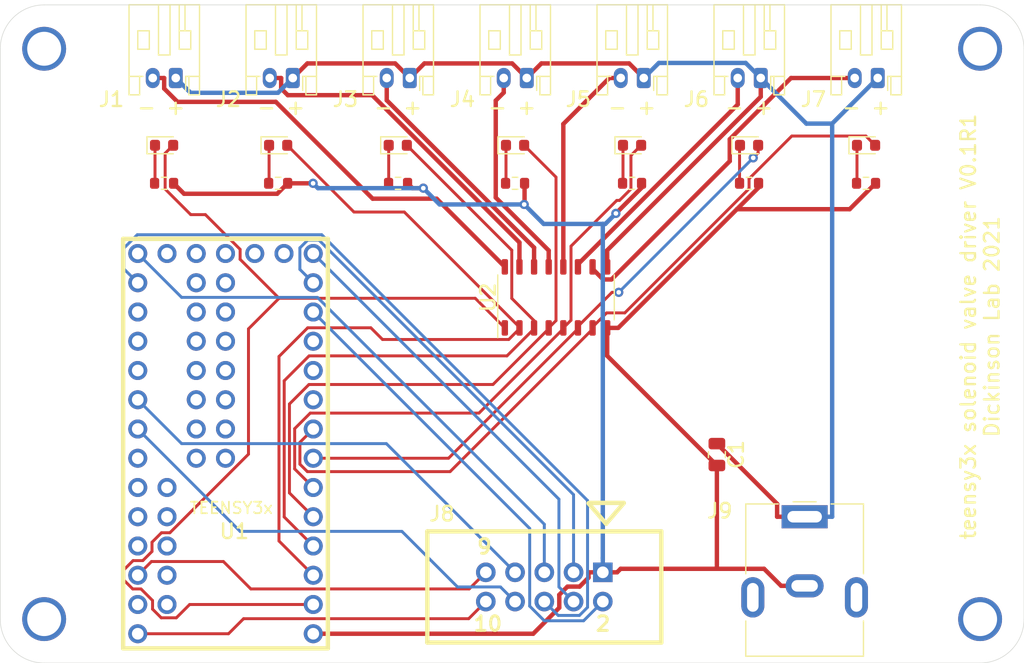
<source format=kicad_pcb>
(kicad_pcb (version 20171130) (host pcbnew 5.1.7-a382d34a8~87~ubuntu18.04.1)

  (general
    (thickness 1.6)
    (drawings 16)
    (tracks 261)
    (zones 0)
    (modules 30)
    (nets 67)
  )

  (page A4)
  (layers
    (0 F.Cu signal)
    (31 B.Cu signal)
    (32 B.Adhes user)
    (33 F.Adhes user)
    (34 B.Paste user)
    (35 F.Paste user)
    (36 B.SilkS user)
    (37 F.SilkS user)
    (38 B.Mask user)
    (39 F.Mask user)
    (40 Dwgs.User user)
    (41 Cmts.User user)
    (42 Eco1.User user)
    (43 Eco2.User user)
    (44 Edge.Cuts user)
    (45 Margin user)
    (46 B.CrtYd user)
    (47 F.CrtYd user)
    (48 B.Fab user)
    (49 F.Fab user)
  )

  (setup
    (last_trace_width 0.254)
    (trace_clearance 0.2)
    (zone_clearance 0.508)
    (zone_45_only no)
    (trace_min 0.2)
    (via_size 0.8)
    (via_drill 0.4)
    (via_min_size 0.4)
    (via_min_drill 0.3)
    (uvia_size 0.3)
    (uvia_drill 0.1)
    (uvias_allowed no)
    (uvia_min_size 0.2)
    (uvia_min_drill 0.1)
    (edge_width 0.05)
    (segment_width 0.2)
    (pcb_text_width 0.3)
    (pcb_text_size 1.5 1.5)
    (mod_edge_width 0.12)
    (mod_text_size 1 1)
    (mod_text_width 0.15)
    (pad_size 1.524 1.524)
    (pad_drill 0.762)
    (pad_to_mask_clearance 0)
    (aux_axis_origin 0 0)
    (visible_elements FFFFFF7F)
    (pcbplotparams
      (layerselection 0x010fc_ffffffff)
      (usegerberextensions false)
      (usegerberattributes true)
      (usegerberadvancedattributes true)
      (creategerberjobfile true)
      (excludeedgelayer true)
      (linewidth 0.100000)
      (plotframeref false)
      (viasonmask false)
      (mode 1)
      (useauxorigin false)
      (hpglpennumber 1)
      (hpglpenspeed 20)
      (hpglpendiameter 15.000000)
      (psnegative false)
      (psa4output false)
      (plotreference true)
      (plotvalue true)
      (plotinvisibletext false)
      (padsonsilk false)
      (subtractmaskfromsilk false)
      (outputformat 1)
      (mirror false)
      (drillshape 0)
      (scaleselection 1)
      (outputdirectory "fab_files/"))
  )

  (net 0 "")
  (net 1 "Net-(C1-Pad1)")
  (net 2 GND)
  (net 3 "Net-(J1-Pad2)")
  (net 4 "Net-(J2-Pad2)")
  (net 5 "Net-(J3-Pad2)")
  (net 6 "Net-(J4-Pad2)")
  (net 7 "Net-(J5-Pad2)")
  (net 8 "Net-(J6-Pad2)")
  (net 9 "Net-(J7-Pad2)")
  (net 10 /D10_CS)
  (net 11 /D11_MOSI)
  (net 12 /D12_MISO)
  (net 13 /D13_SCK)
  (net 14 /D14_A0)
  (net 15 /D18_SDA0)
  (net 16 /D19_SCL0)
  (net 17 /3V3)
  (net 18 /5V)
  (net 19 "Net-(U1-Pad9)")
  (net 20 "Net-(U1-Pad10)")
  (net 21 "Net-(U1-Pad11)")
  (net 22 "Net-(U1-Pad15)")
  (net 23 "Net-(U1-Pad16)")
  (net 24 "Net-(U1-Pad17)")
  (net 25 "Net-(U1-Pad18)")
  (net 26 "Net-(U1-Pad19)")
  (net 27 "Net-(U1-Pad22)")
  (net 28 "Net-(U1-Pad23)")
  (net 29 "Net-(U1-Pad24)")
  (net 30 "Net-(U1-Pad27)")
  (net 31 "Net-(U1-Pad28)")
  (net 32 "Net-(U1-Pad29)")
  (net 33 "Net-(U1-Pad30)")
  (net 34 "Net-(U1-Pad32)")
  (net 35 "Net-(U1-Pad34)")
  (net 36 "Net-(U1-Pad35)")
  (net 37 "Net-(U1-Pad36)")
  (net 38 "Net-(U1-Pad37)")
  (net 39 "Net-(U1-Pad38)")
  (net 40 "Net-(U1-Pad39)")
  (net 41 "Net-(U1-Pad40)")
  (net 42 "Net-(U1-Pad41)")
  (net 43 "Net-(U1-Pad42)")
  (net 44 "Net-(U1-Pad43)")
  (net 45 "Net-(U1-Pad44)")
  (net 46 "Net-(U1-Pad45)")
  (net 47 "Net-(U1-Pad46)")
  (net 48 "Net-(U1-Pad47)")
  (net 49 "Net-(U1-Pad48)")
  (net 50 "Net-(U1-Pad49)")
  (net 51 "Net-(U1-Pad50)")
  (net 52 "Net-(U1-Pad51)")
  (net 53 "Net-(D1-Pad1)")
  (net 54 "Net-(D1-Pad2)")
  (net 55 "Net-(D2-Pad2)")
  (net 56 "Net-(D2-Pad1)")
  (net 57 "Net-(D3-Pad1)")
  (net 58 "Net-(D3-Pad2)")
  (net 59 "Net-(D4-Pad2)")
  (net 60 "Net-(D4-Pad1)")
  (net 61 "Net-(D5-Pad1)")
  (net 62 "Net-(D5-Pad2)")
  (net 63 "Net-(D6-Pad2)")
  (net 64 "Net-(D6-Pad1)")
  (net 65 "Net-(D7-Pad1)")
  (net 66 "Net-(D7-Pad2)")

  (net_class Default "This is the default net class."
    (clearance 0.2)
    (trace_width 0.254)
    (via_dia 0.8)
    (via_drill 0.4)
    (uvia_dia 0.3)
    (uvia_drill 0.1)
    (add_net /3V3)
    (add_net /5V)
    (add_net /D10_CS)
    (add_net /D11_MOSI)
    (add_net /D12_MISO)
    (add_net /D13_SCK)
    (add_net /D14_A0)
    (add_net /D18_SDA0)
    (add_net /D19_SCL0)
    (add_net "Net-(D1-Pad1)")
    (add_net "Net-(D1-Pad2)")
    (add_net "Net-(D2-Pad1)")
    (add_net "Net-(D2-Pad2)")
    (add_net "Net-(D3-Pad1)")
    (add_net "Net-(D3-Pad2)")
    (add_net "Net-(D4-Pad1)")
    (add_net "Net-(D4-Pad2)")
    (add_net "Net-(D5-Pad1)")
    (add_net "Net-(D5-Pad2)")
    (add_net "Net-(D6-Pad1)")
    (add_net "Net-(D6-Pad2)")
    (add_net "Net-(D7-Pad1)")
    (add_net "Net-(D7-Pad2)")
    (add_net "Net-(U1-Pad10)")
    (add_net "Net-(U1-Pad11)")
    (add_net "Net-(U1-Pad15)")
    (add_net "Net-(U1-Pad16)")
    (add_net "Net-(U1-Pad17)")
    (add_net "Net-(U1-Pad18)")
    (add_net "Net-(U1-Pad19)")
    (add_net "Net-(U1-Pad22)")
    (add_net "Net-(U1-Pad23)")
    (add_net "Net-(U1-Pad24)")
    (add_net "Net-(U1-Pad27)")
    (add_net "Net-(U1-Pad28)")
    (add_net "Net-(U1-Pad29)")
    (add_net "Net-(U1-Pad30)")
    (add_net "Net-(U1-Pad32)")
    (add_net "Net-(U1-Pad34)")
    (add_net "Net-(U1-Pad35)")
    (add_net "Net-(U1-Pad36)")
    (add_net "Net-(U1-Pad37)")
    (add_net "Net-(U1-Pad38)")
    (add_net "Net-(U1-Pad39)")
    (add_net "Net-(U1-Pad40)")
    (add_net "Net-(U1-Pad41)")
    (add_net "Net-(U1-Pad42)")
    (add_net "Net-(U1-Pad43)")
    (add_net "Net-(U1-Pad44)")
    (add_net "Net-(U1-Pad45)")
    (add_net "Net-(U1-Pad46)")
    (add_net "Net-(U1-Pad47)")
    (add_net "Net-(U1-Pad48)")
    (add_net "Net-(U1-Pad49)")
    (add_net "Net-(U1-Pad50)")
    (add_net "Net-(U1-Pad51)")
    (add_net "Net-(U1-Pad9)")
  )

  (net_class Power ""
    (clearance 0.2)
    (trace_width 0.635)
    (via_dia 0.8)
    (via_drill 0.4)
    (uvia_dia 0.3)
    (uvia_drill 0.1)
    (add_net GND)
    (add_net "Net-(C1-Pad1)")
    (add_net "Net-(J1-Pad2)")
    (add_net "Net-(J2-Pad2)")
    (add_net "Net-(J3-Pad2)")
    (add_net "Net-(J4-Pad2)")
    (add_net "Net-(J5-Pad2)")
    (add_net "Net-(J6-Pad2)")
    (add_net "Net-(J7-Pad2)")
  )

  (module 4-40_mount_hole:4-40 (layer F.Cu) (tedit 6036CB43) (tstamp 603744B4)
    (at 54.61 104.14)
    (fp_text reference M4 (at 0 -3.1) (layer F.SilkS) hide
      (effects (font (size 1.27 1.27) (thickness 0.2032)))
    )
    (fp_text value VAL** (at 0 3.4) (layer F.SilkS) hide
      (effects (font (size 1 1) (thickness 0.15)))
    )
    (pad "" thru_hole circle (at 0 0) (size 3.81 3.81) (drill 2.9464) (layers *.Cu *.Mask))
  )

  (module 4-40_mount_hole:4-40 (layer F.Cu) (tedit 6036CB43) (tstamp 6037449E)
    (at 135.89 104.14)
    (fp_text reference M3 (at 0 -3.1) (layer F.SilkS) hide
      (effects (font (size 1.27 1.27) (thickness 0.2032)))
    )
    (fp_text value VAL** (at 0 3.4) (layer F.SilkS) hide
      (effects (font (size 1 1) (thickness 0.15)))
    )
    (pad "" thru_hole circle (at 0 0) (size 3.81 3.81) (drill 2.9464) (layers *.Cu *.Mask))
  )

  (module 4-40_mount_hole:4-40 (layer F.Cu) (tedit 6036CB43) (tstamp 6037448D)
    (at 135.89 54.61)
    (fp_text reference M2 (at 0 -3.1) (layer F.SilkS) hide
      (effects (font (size 1.27 1.27) (thickness 0.2032)))
    )
    (fp_text value VAL** (at 0 3.4) (layer F.SilkS) hide
      (effects (font (size 1 1) (thickness 0.15)))
    )
    (pad "" thru_hole circle (at 0 0) (size 3.81 3.81) (drill 2.9464) (layers *.Cu *.Mask))
  )

  (module 4-40_mount_hole:4-40 (layer F.Cu) (tedit 6036CB43) (tstamp 6037447C)
    (at 54.61 54.61)
    (fp_text reference M1 (at 0 -3.1) (layer F.SilkS) hide
      (effects (font (size 1.27 1.27) (thickness 0.2032)))
    )
    (fp_text value VAL** (at 0 3.4) (layer F.SilkS) hide
      (effects (font (size 1 1) (thickness 0.15)))
    )
    (pad "" thru_hole circle (at 0 0) (size 3.81 3.81) (drill 2.9464) (layers *.Cu *.Mask))
  )

  (module Capacitor_SMD:C_0805_2012Metric (layer F.Cu) (tedit 5F68FEEE) (tstamp 6037227F)
    (at 113.03 89.85 270)
    (descr "Capacitor SMD 0805 (2012 Metric), square (rectangular) end terminal, IPC_7351 nominal, (Body size source: IPC-SM-782 page 76, https://www.pcb-3d.com/wordpress/wp-content/uploads/ipc-sm-782a_amendment_1_and_2.pdf, https://docs.google.com/spreadsheets/d/1BsfQQcO9C6DZCsRaXUlFlo91Tg2WpOkGARC1WS5S8t0/edit?usp=sharing), generated with kicad-footprint-generator")
    (tags capacitor)
    (path /603B5F96)
    (attr smd)
    (fp_text reference C1 (at 0 -1.68 90) (layer F.SilkS)
      (effects (font (size 1.27 1.27) (thickness 0.2032)))
    )
    (fp_text value 10uF (at 0 1.68 90) (layer F.Fab)
      (effects (font (size 1 1) (thickness 0.15)))
    )
    (fp_line (start 1.7 0.98) (end -1.7 0.98) (layer F.CrtYd) (width 0.05))
    (fp_line (start 1.7 -0.98) (end 1.7 0.98) (layer F.CrtYd) (width 0.05))
    (fp_line (start -1.7 -0.98) (end 1.7 -0.98) (layer F.CrtYd) (width 0.05))
    (fp_line (start -1.7 0.98) (end -1.7 -0.98) (layer F.CrtYd) (width 0.05))
    (fp_line (start -0.261252 0.735) (end 0.261252 0.735) (layer F.SilkS) (width 0.12))
    (fp_line (start -0.261252 -0.735) (end 0.261252 -0.735) (layer F.SilkS) (width 0.12))
    (fp_line (start 1 0.625) (end -1 0.625) (layer F.Fab) (width 0.1))
    (fp_line (start 1 -0.625) (end 1 0.625) (layer F.Fab) (width 0.1))
    (fp_line (start -1 -0.625) (end 1 -0.625) (layer F.Fab) (width 0.1))
    (fp_line (start -1 0.625) (end -1 -0.625) (layer F.Fab) (width 0.1))
    (fp_text user %R (at 0 0 90) (layer F.Fab)
      (effects (font (size 0.5 0.5) (thickness 0.08)))
    )
    (pad 1 smd roundrect (at -0.95 0 270) (size 1 1.45) (layers F.Cu F.Paste F.Mask) (roundrect_rratio 0.25)
      (net 1 "Net-(C1-Pad1)"))
    (pad 2 smd roundrect (at 0.95 0 270) (size 1 1.45) (layers F.Cu F.Paste F.Mask) (roundrect_rratio 0.25)
      (net 2 GND))
    (model ${KISYS3DMOD}/Capacitor_SMD.3dshapes/C_0805_2012Metric.wrl
      (at (xyz 0 0 0))
      (scale (xyz 1 1 1))
      (rotate (xyz 0 0 0))
    )
  )

  (module Connector_JST:JST_PH_S2B-PH-K_1x02_P2.00mm_Horizontal (layer F.Cu) (tedit 5B7745C6) (tstamp 603722AE)
    (at 66.04 57.15 180)
    (descr "JST PH series connector, S2B-PH-K (http://www.jst-mfg.com/product/pdf/eng/ePH.pdf), generated with kicad-footprint-generator")
    (tags "connector JST PH top entry")
    (path /6039BAE2)
    (fp_text reference J1 (at 5.588 -1.85) (layer F.SilkS)
      (effects (font (size 1.27 1.27) (thickness 0.2032)))
    )
    (fp_text value Conn_01x02 (at 1 7.45) (layer F.Fab) hide
      (effects (font (size 1 1) (thickness 0.15)))
    )
    (fp_line (start 0.5 1.375) (end 0 0.875) (layer F.Fab) (width 0.1))
    (fp_line (start -0.5 1.375) (end 0.5 1.375) (layer F.Fab) (width 0.1))
    (fp_line (start 0 0.875) (end -0.5 1.375) (layer F.Fab) (width 0.1))
    (fp_line (start -0.86 0.14) (end -0.86 -1.075) (layer F.SilkS) (width 0.12))
    (fp_line (start 3.25 0.25) (end -1.25 0.25) (layer F.Fab) (width 0.1))
    (fp_line (start 3.25 -1.35) (end 3.25 0.25) (layer F.Fab) (width 0.1))
    (fp_line (start 3.95 -1.35) (end 3.25 -1.35) (layer F.Fab) (width 0.1))
    (fp_line (start 3.95 6.25) (end 3.95 -1.35) (layer F.Fab) (width 0.1))
    (fp_line (start -1.95 6.25) (end 3.95 6.25) (layer F.Fab) (width 0.1))
    (fp_line (start -1.95 -1.35) (end -1.95 6.25) (layer F.Fab) (width 0.1))
    (fp_line (start -1.25 -1.35) (end -1.95 -1.35) (layer F.Fab) (width 0.1))
    (fp_line (start -1.25 0.25) (end -1.25 -1.35) (layer F.Fab) (width 0.1))
    (fp_line (start 4.45 -1.85) (end -2.45 -1.85) (layer F.CrtYd) (width 0.05))
    (fp_line (start 4.45 6.75) (end 4.45 -1.85) (layer F.CrtYd) (width 0.05))
    (fp_line (start -2.45 6.75) (end 4.45 6.75) (layer F.CrtYd) (width 0.05))
    (fp_line (start -2.45 -1.85) (end -2.45 6.75) (layer F.CrtYd) (width 0.05))
    (fp_line (start -0.8 4.1) (end -0.8 6.36) (layer F.SilkS) (width 0.12))
    (fp_line (start -0.3 4.1) (end -0.3 6.36) (layer F.SilkS) (width 0.12))
    (fp_line (start 2.3 2.5) (end 3.3 2.5) (layer F.SilkS) (width 0.12))
    (fp_line (start 2.3 4.1) (end 2.3 2.5) (layer F.SilkS) (width 0.12))
    (fp_line (start 3.3 4.1) (end 2.3 4.1) (layer F.SilkS) (width 0.12))
    (fp_line (start 3.3 2.5) (end 3.3 4.1) (layer F.SilkS) (width 0.12))
    (fp_line (start -0.3 2.5) (end -1.3 2.5) (layer F.SilkS) (width 0.12))
    (fp_line (start -0.3 4.1) (end -0.3 2.5) (layer F.SilkS) (width 0.12))
    (fp_line (start -1.3 4.1) (end -0.3 4.1) (layer F.SilkS) (width 0.12))
    (fp_line (start -1.3 2.5) (end -1.3 4.1) (layer F.SilkS) (width 0.12))
    (fp_line (start 4.06 0.14) (end 3.14 0.14) (layer F.SilkS) (width 0.12))
    (fp_line (start -2.06 0.14) (end -1.14 0.14) (layer F.SilkS) (width 0.12))
    (fp_line (start 1.5 2) (end 1.5 6.36) (layer F.SilkS) (width 0.12))
    (fp_line (start 0.5 2) (end 1.5 2) (layer F.SilkS) (width 0.12))
    (fp_line (start 0.5 6.36) (end 0.5 2) (layer F.SilkS) (width 0.12))
    (fp_line (start 3.14 0.14) (end 2.86 0.14) (layer F.SilkS) (width 0.12))
    (fp_line (start 3.14 -1.46) (end 3.14 0.14) (layer F.SilkS) (width 0.12))
    (fp_line (start 4.06 -1.46) (end 3.14 -1.46) (layer F.SilkS) (width 0.12))
    (fp_line (start 4.06 6.36) (end 4.06 -1.46) (layer F.SilkS) (width 0.12))
    (fp_line (start -2.06 6.36) (end 4.06 6.36) (layer F.SilkS) (width 0.12))
    (fp_line (start -2.06 -1.46) (end -2.06 6.36) (layer F.SilkS) (width 0.12))
    (fp_line (start -1.14 -1.46) (end -2.06 -1.46) (layer F.SilkS) (width 0.12))
    (fp_line (start -1.14 0.14) (end -1.14 -1.46) (layer F.SilkS) (width 0.12))
    (fp_line (start -0.86 0.14) (end -1.14 0.14) (layer F.SilkS) (width 0.12))
    (fp_text user %R (at 1 2.5) (layer F.Fab)
      (effects (font (size 1 1) (thickness 0.15)))
    )
    (pad 1 thru_hole roundrect (at 0 0 180) (size 1.2 1.75) (drill 0.75) (layers *.Cu *.Mask) (roundrect_rratio 0.2083325)
      (net 1 "Net-(C1-Pad1)"))
    (pad 2 thru_hole oval (at 2 0 180) (size 1.2 1.75) (drill 0.75) (layers *.Cu *.Mask)
      (net 3 "Net-(J1-Pad2)"))
    (model ${KISYS3DMOD}/Connector_JST.3dshapes/JST_PH_S2B-PH-K_1x02_P2.00mm_Horizontal.wrl
      (at (xyz 0 0 0))
      (scale (xyz 1 1 1))
      (rotate (xyz 0 0 0))
    )
  )

  (module Connector_JST:JST_PH_S2B-PH-K_1x02_P2.00mm_Horizontal (layer F.Cu) (tedit 5B7745C6) (tstamp 603722DD)
    (at 76.2 57.15 180)
    (descr "JST PH series connector, S2B-PH-K (http://www.jst-mfg.com/product/pdf/eng/ePH.pdf), generated with kicad-footprint-generator")
    (tags "connector JST PH top entry")
    (path /603A4DA3)
    (fp_text reference J2 (at 5.588 -1.85) (layer F.SilkS)
      (effects (font (size 1.27 1.27) (thickness 0.2032)))
    )
    (fp_text value Conn_01x02 (at 1 7.45) (layer F.Fab) hide
      (effects (font (size 1 1) (thickness 0.15)))
    )
    (fp_line (start -0.86 0.14) (end -1.14 0.14) (layer F.SilkS) (width 0.12))
    (fp_line (start -1.14 0.14) (end -1.14 -1.46) (layer F.SilkS) (width 0.12))
    (fp_line (start -1.14 -1.46) (end -2.06 -1.46) (layer F.SilkS) (width 0.12))
    (fp_line (start -2.06 -1.46) (end -2.06 6.36) (layer F.SilkS) (width 0.12))
    (fp_line (start -2.06 6.36) (end 4.06 6.36) (layer F.SilkS) (width 0.12))
    (fp_line (start 4.06 6.36) (end 4.06 -1.46) (layer F.SilkS) (width 0.12))
    (fp_line (start 4.06 -1.46) (end 3.14 -1.46) (layer F.SilkS) (width 0.12))
    (fp_line (start 3.14 -1.46) (end 3.14 0.14) (layer F.SilkS) (width 0.12))
    (fp_line (start 3.14 0.14) (end 2.86 0.14) (layer F.SilkS) (width 0.12))
    (fp_line (start 0.5 6.36) (end 0.5 2) (layer F.SilkS) (width 0.12))
    (fp_line (start 0.5 2) (end 1.5 2) (layer F.SilkS) (width 0.12))
    (fp_line (start 1.5 2) (end 1.5 6.36) (layer F.SilkS) (width 0.12))
    (fp_line (start -2.06 0.14) (end -1.14 0.14) (layer F.SilkS) (width 0.12))
    (fp_line (start 4.06 0.14) (end 3.14 0.14) (layer F.SilkS) (width 0.12))
    (fp_line (start -1.3 2.5) (end -1.3 4.1) (layer F.SilkS) (width 0.12))
    (fp_line (start -1.3 4.1) (end -0.3 4.1) (layer F.SilkS) (width 0.12))
    (fp_line (start -0.3 4.1) (end -0.3 2.5) (layer F.SilkS) (width 0.12))
    (fp_line (start -0.3 2.5) (end -1.3 2.5) (layer F.SilkS) (width 0.12))
    (fp_line (start 3.3 2.5) (end 3.3 4.1) (layer F.SilkS) (width 0.12))
    (fp_line (start 3.3 4.1) (end 2.3 4.1) (layer F.SilkS) (width 0.12))
    (fp_line (start 2.3 4.1) (end 2.3 2.5) (layer F.SilkS) (width 0.12))
    (fp_line (start 2.3 2.5) (end 3.3 2.5) (layer F.SilkS) (width 0.12))
    (fp_line (start -0.3 4.1) (end -0.3 6.36) (layer F.SilkS) (width 0.12))
    (fp_line (start -0.8 4.1) (end -0.8 6.36) (layer F.SilkS) (width 0.12))
    (fp_line (start -2.45 -1.85) (end -2.45 6.75) (layer F.CrtYd) (width 0.05))
    (fp_line (start -2.45 6.75) (end 4.45 6.75) (layer F.CrtYd) (width 0.05))
    (fp_line (start 4.45 6.75) (end 4.45 -1.85) (layer F.CrtYd) (width 0.05))
    (fp_line (start 4.45 -1.85) (end -2.45 -1.85) (layer F.CrtYd) (width 0.05))
    (fp_line (start -1.25 0.25) (end -1.25 -1.35) (layer F.Fab) (width 0.1))
    (fp_line (start -1.25 -1.35) (end -1.95 -1.35) (layer F.Fab) (width 0.1))
    (fp_line (start -1.95 -1.35) (end -1.95 6.25) (layer F.Fab) (width 0.1))
    (fp_line (start -1.95 6.25) (end 3.95 6.25) (layer F.Fab) (width 0.1))
    (fp_line (start 3.95 6.25) (end 3.95 -1.35) (layer F.Fab) (width 0.1))
    (fp_line (start 3.95 -1.35) (end 3.25 -1.35) (layer F.Fab) (width 0.1))
    (fp_line (start 3.25 -1.35) (end 3.25 0.25) (layer F.Fab) (width 0.1))
    (fp_line (start 3.25 0.25) (end -1.25 0.25) (layer F.Fab) (width 0.1))
    (fp_line (start -0.86 0.14) (end -0.86 -1.075) (layer F.SilkS) (width 0.12))
    (fp_line (start 0 0.875) (end -0.5 1.375) (layer F.Fab) (width 0.1))
    (fp_line (start -0.5 1.375) (end 0.5 1.375) (layer F.Fab) (width 0.1))
    (fp_line (start 0.5 1.375) (end 0 0.875) (layer F.Fab) (width 0.1))
    (fp_text user %R (at 1 2.5) (layer F.Fab)
      (effects (font (size 1 1) (thickness 0.15)))
    )
    (pad 2 thru_hole oval (at 2 0 180) (size 1.2 1.75) (drill 0.75) (layers *.Cu *.Mask)
      (net 4 "Net-(J2-Pad2)"))
    (pad 1 thru_hole roundrect (at 0 0 180) (size 1.2 1.75) (drill 0.75) (layers *.Cu *.Mask) (roundrect_rratio 0.2083325)
      (net 1 "Net-(C1-Pad1)"))
    (model ${KISYS3DMOD}/Connector_JST.3dshapes/JST_PH_S2B-PH-K_1x02_P2.00mm_Horizontal.wrl
      (at (xyz 0 0 0))
      (scale (xyz 1 1 1))
      (rotate (xyz 0 0 0))
    )
  )

  (module Connector_JST:JST_PH_S2B-PH-K_1x02_P2.00mm_Horizontal (layer F.Cu) (tedit 5B7745C6) (tstamp 6037230C)
    (at 86.36 57.15 180)
    (descr "JST PH series connector, S2B-PH-K (http://www.jst-mfg.com/product/pdf/eng/ePH.pdf), generated with kicad-footprint-generator")
    (tags "connector JST PH top entry")
    (path /603A6AB5)
    (fp_text reference J3 (at 5.588 -1.85) (layer F.SilkS)
      (effects (font (size 1.27 1.27) (thickness 0.2032)))
    )
    (fp_text value Conn_01x02 (at 1 7.45) (layer F.Fab) hide
      (effects (font (size 1 1) (thickness 0.15)))
    )
    (fp_line (start 0.5 1.375) (end 0 0.875) (layer F.Fab) (width 0.1))
    (fp_line (start -0.5 1.375) (end 0.5 1.375) (layer F.Fab) (width 0.1))
    (fp_line (start 0 0.875) (end -0.5 1.375) (layer F.Fab) (width 0.1))
    (fp_line (start -0.86 0.14) (end -0.86 -1.075) (layer F.SilkS) (width 0.12))
    (fp_line (start 3.25 0.25) (end -1.25 0.25) (layer F.Fab) (width 0.1))
    (fp_line (start 3.25 -1.35) (end 3.25 0.25) (layer F.Fab) (width 0.1))
    (fp_line (start 3.95 -1.35) (end 3.25 -1.35) (layer F.Fab) (width 0.1))
    (fp_line (start 3.95 6.25) (end 3.95 -1.35) (layer F.Fab) (width 0.1))
    (fp_line (start -1.95 6.25) (end 3.95 6.25) (layer F.Fab) (width 0.1))
    (fp_line (start -1.95 -1.35) (end -1.95 6.25) (layer F.Fab) (width 0.1))
    (fp_line (start -1.25 -1.35) (end -1.95 -1.35) (layer F.Fab) (width 0.1))
    (fp_line (start -1.25 0.25) (end -1.25 -1.35) (layer F.Fab) (width 0.1))
    (fp_line (start 4.45 -1.85) (end -2.45 -1.85) (layer F.CrtYd) (width 0.05))
    (fp_line (start 4.45 6.75) (end 4.45 -1.85) (layer F.CrtYd) (width 0.05))
    (fp_line (start -2.45 6.75) (end 4.45 6.75) (layer F.CrtYd) (width 0.05))
    (fp_line (start -2.45 -1.85) (end -2.45 6.75) (layer F.CrtYd) (width 0.05))
    (fp_line (start -0.8 4.1) (end -0.8 6.36) (layer F.SilkS) (width 0.12))
    (fp_line (start -0.3 4.1) (end -0.3 6.36) (layer F.SilkS) (width 0.12))
    (fp_line (start 2.3 2.5) (end 3.3 2.5) (layer F.SilkS) (width 0.12))
    (fp_line (start 2.3 4.1) (end 2.3 2.5) (layer F.SilkS) (width 0.12))
    (fp_line (start 3.3 4.1) (end 2.3 4.1) (layer F.SilkS) (width 0.12))
    (fp_line (start 3.3 2.5) (end 3.3 4.1) (layer F.SilkS) (width 0.12))
    (fp_line (start -0.3 2.5) (end -1.3 2.5) (layer F.SilkS) (width 0.12))
    (fp_line (start -0.3 4.1) (end -0.3 2.5) (layer F.SilkS) (width 0.12))
    (fp_line (start -1.3 4.1) (end -0.3 4.1) (layer F.SilkS) (width 0.12))
    (fp_line (start -1.3 2.5) (end -1.3 4.1) (layer F.SilkS) (width 0.12))
    (fp_line (start 4.06 0.14) (end 3.14 0.14) (layer F.SilkS) (width 0.12))
    (fp_line (start -2.06 0.14) (end -1.14 0.14) (layer F.SilkS) (width 0.12))
    (fp_line (start 1.5 2) (end 1.5 6.36) (layer F.SilkS) (width 0.12))
    (fp_line (start 0.5 2) (end 1.5 2) (layer F.SilkS) (width 0.12))
    (fp_line (start 0.5 6.36) (end 0.5 2) (layer F.SilkS) (width 0.12))
    (fp_line (start 3.14 0.14) (end 2.86 0.14) (layer F.SilkS) (width 0.12))
    (fp_line (start 3.14 -1.46) (end 3.14 0.14) (layer F.SilkS) (width 0.12))
    (fp_line (start 4.06 -1.46) (end 3.14 -1.46) (layer F.SilkS) (width 0.12))
    (fp_line (start 4.06 6.36) (end 4.06 -1.46) (layer F.SilkS) (width 0.12))
    (fp_line (start -2.06 6.36) (end 4.06 6.36) (layer F.SilkS) (width 0.12))
    (fp_line (start -2.06 -1.46) (end -2.06 6.36) (layer F.SilkS) (width 0.12))
    (fp_line (start -1.14 -1.46) (end -2.06 -1.46) (layer F.SilkS) (width 0.12))
    (fp_line (start -1.14 0.14) (end -1.14 -1.46) (layer F.SilkS) (width 0.12))
    (fp_line (start -0.86 0.14) (end -1.14 0.14) (layer F.SilkS) (width 0.12))
    (fp_text user %R (at 1 2.5) (layer F.Fab)
      (effects (font (size 1 1) (thickness 0.15)))
    )
    (pad 1 thru_hole roundrect (at 0 0 180) (size 1.2 1.75) (drill 0.75) (layers *.Cu *.Mask) (roundrect_rratio 0.2083325)
      (net 1 "Net-(C1-Pad1)"))
    (pad 2 thru_hole oval (at 2 0 180) (size 1.2 1.75) (drill 0.75) (layers *.Cu *.Mask)
      (net 5 "Net-(J3-Pad2)"))
    (model ${KISYS3DMOD}/Connector_JST.3dshapes/JST_PH_S2B-PH-K_1x02_P2.00mm_Horizontal.wrl
      (at (xyz 0 0 0))
      (scale (xyz 1 1 1))
      (rotate (xyz 0 0 0))
    )
  )

  (module Connector_JST:JST_PH_S2B-PH-K_1x02_P2.00mm_Horizontal (layer F.Cu) (tedit 5B7745C6) (tstamp 6037233B)
    (at 96.52 57.15 180)
    (descr "JST PH series connector, S2B-PH-K (http://www.jst-mfg.com/product/pdf/eng/ePH.pdf), generated with kicad-footprint-generator")
    (tags "connector JST PH top entry")
    (path /603A6B8D)
    (fp_text reference J4 (at 5.588 -1.85) (layer F.SilkS)
      (effects (font (size 1.27 1.27) (thickness 0.2032)))
    )
    (fp_text value Conn_01x02 (at 1 7.45) (layer F.Fab) hide
      (effects (font (size 1 1) (thickness 0.15)))
    )
    (fp_line (start -0.86 0.14) (end -1.14 0.14) (layer F.SilkS) (width 0.12))
    (fp_line (start -1.14 0.14) (end -1.14 -1.46) (layer F.SilkS) (width 0.12))
    (fp_line (start -1.14 -1.46) (end -2.06 -1.46) (layer F.SilkS) (width 0.12))
    (fp_line (start -2.06 -1.46) (end -2.06 6.36) (layer F.SilkS) (width 0.12))
    (fp_line (start -2.06 6.36) (end 4.06 6.36) (layer F.SilkS) (width 0.12))
    (fp_line (start 4.06 6.36) (end 4.06 -1.46) (layer F.SilkS) (width 0.12))
    (fp_line (start 4.06 -1.46) (end 3.14 -1.46) (layer F.SilkS) (width 0.12))
    (fp_line (start 3.14 -1.46) (end 3.14 0.14) (layer F.SilkS) (width 0.12))
    (fp_line (start 3.14 0.14) (end 2.86 0.14) (layer F.SilkS) (width 0.12))
    (fp_line (start 0.5 6.36) (end 0.5 2) (layer F.SilkS) (width 0.12))
    (fp_line (start 0.5 2) (end 1.5 2) (layer F.SilkS) (width 0.12))
    (fp_line (start 1.5 2) (end 1.5 6.36) (layer F.SilkS) (width 0.12))
    (fp_line (start -2.06 0.14) (end -1.14 0.14) (layer F.SilkS) (width 0.12))
    (fp_line (start 4.06 0.14) (end 3.14 0.14) (layer F.SilkS) (width 0.12))
    (fp_line (start -1.3 2.5) (end -1.3 4.1) (layer F.SilkS) (width 0.12))
    (fp_line (start -1.3 4.1) (end -0.3 4.1) (layer F.SilkS) (width 0.12))
    (fp_line (start -0.3 4.1) (end -0.3 2.5) (layer F.SilkS) (width 0.12))
    (fp_line (start -0.3 2.5) (end -1.3 2.5) (layer F.SilkS) (width 0.12))
    (fp_line (start 3.3 2.5) (end 3.3 4.1) (layer F.SilkS) (width 0.12))
    (fp_line (start 3.3 4.1) (end 2.3 4.1) (layer F.SilkS) (width 0.12))
    (fp_line (start 2.3 4.1) (end 2.3 2.5) (layer F.SilkS) (width 0.12))
    (fp_line (start 2.3 2.5) (end 3.3 2.5) (layer F.SilkS) (width 0.12))
    (fp_line (start -0.3 4.1) (end -0.3 6.36) (layer F.SilkS) (width 0.12))
    (fp_line (start -0.8 4.1) (end -0.8 6.36) (layer F.SilkS) (width 0.12))
    (fp_line (start -2.45 -1.85) (end -2.45 6.75) (layer F.CrtYd) (width 0.05))
    (fp_line (start -2.45 6.75) (end 4.45 6.75) (layer F.CrtYd) (width 0.05))
    (fp_line (start 4.45 6.75) (end 4.45 -1.85) (layer F.CrtYd) (width 0.05))
    (fp_line (start 4.45 -1.85) (end -2.45 -1.85) (layer F.CrtYd) (width 0.05))
    (fp_line (start -1.25 0.25) (end -1.25 -1.35) (layer F.Fab) (width 0.1))
    (fp_line (start -1.25 -1.35) (end -1.95 -1.35) (layer F.Fab) (width 0.1))
    (fp_line (start -1.95 -1.35) (end -1.95 6.25) (layer F.Fab) (width 0.1))
    (fp_line (start -1.95 6.25) (end 3.95 6.25) (layer F.Fab) (width 0.1))
    (fp_line (start 3.95 6.25) (end 3.95 -1.35) (layer F.Fab) (width 0.1))
    (fp_line (start 3.95 -1.35) (end 3.25 -1.35) (layer F.Fab) (width 0.1))
    (fp_line (start 3.25 -1.35) (end 3.25 0.25) (layer F.Fab) (width 0.1))
    (fp_line (start 3.25 0.25) (end -1.25 0.25) (layer F.Fab) (width 0.1))
    (fp_line (start -0.86 0.14) (end -0.86 -1.075) (layer F.SilkS) (width 0.12))
    (fp_line (start 0 0.875) (end -0.5 1.375) (layer F.Fab) (width 0.1))
    (fp_line (start -0.5 1.375) (end 0.5 1.375) (layer F.Fab) (width 0.1))
    (fp_line (start 0.5 1.375) (end 0 0.875) (layer F.Fab) (width 0.1))
    (fp_text user %R (at 1 2.5) (layer F.Fab)
      (effects (font (size 1 1) (thickness 0.15)))
    )
    (pad 2 thru_hole oval (at 2 0 180) (size 1.2 1.75) (drill 0.75) (layers *.Cu *.Mask)
      (net 6 "Net-(J4-Pad2)"))
    (pad 1 thru_hole roundrect (at 0 0 180) (size 1.2 1.75) (drill 0.75) (layers *.Cu *.Mask) (roundrect_rratio 0.2083325)
      (net 1 "Net-(C1-Pad1)"))
    (model ${KISYS3DMOD}/Connector_JST.3dshapes/JST_PH_S2B-PH-K_1x02_P2.00mm_Horizontal.wrl
      (at (xyz 0 0 0))
      (scale (xyz 1 1 1))
      (rotate (xyz 0 0 0))
    )
  )

  (module Connector_JST:JST_PH_S2B-PH-K_1x02_P2.00mm_Horizontal (layer F.Cu) (tedit 5B7745C6) (tstamp 6037236A)
    (at 106.68 57.15 180)
    (descr "JST PH series connector, S2B-PH-K (http://www.jst-mfg.com/product/pdf/eng/ePH.pdf), generated with kicad-footprint-generator")
    (tags "connector JST PH top entry")
    (path /603A922F)
    (fp_text reference J5 (at 5.68 -1.85) (layer F.SilkS)
      (effects (font (size 1.27 1.27) (thickness 0.2032)))
    )
    (fp_text value Conn_01x02 (at 1 7.45) (layer F.Fab) hide
      (effects (font (size 1 1) (thickness 0.15)))
    )
    (fp_line (start 0.5 1.375) (end 0 0.875) (layer F.Fab) (width 0.1))
    (fp_line (start -0.5 1.375) (end 0.5 1.375) (layer F.Fab) (width 0.1))
    (fp_line (start 0 0.875) (end -0.5 1.375) (layer F.Fab) (width 0.1))
    (fp_line (start -0.86 0.14) (end -0.86 -1.075) (layer F.SilkS) (width 0.12))
    (fp_line (start 3.25 0.25) (end -1.25 0.25) (layer F.Fab) (width 0.1))
    (fp_line (start 3.25 -1.35) (end 3.25 0.25) (layer F.Fab) (width 0.1))
    (fp_line (start 3.95 -1.35) (end 3.25 -1.35) (layer F.Fab) (width 0.1))
    (fp_line (start 3.95 6.25) (end 3.95 -1.35) (layer F.Fab) (width 0.1))
    (fp_line (start -1.95 6.25) (end 3.95 6.25) (layer F.Fab) (width 0.1))
    (fp_line (start -1.95 -1.35) (end -1.95 6.25) (layer F.Fab) (width 0.1))
    (fp_line (start -1.25 -1.35) (end -1.95 -1.35) (layer F.Fab) (width 0.1))
    (fp_line (start -1.25 0.25) (end -1.25 -1.35) (layer F.Fab) (width 0.1))
    (fp_line (start 4.45 -1.85) (end -2.45 -1.85) (layer F.CrtYd) (width 0.05))
    (fp_line (start 4.45 6.75) (end 4.45 -1.85) (layer F.CrtYd) (width 0.05))
    (fp_line (start -2.45 6.75) (end 4.45 6.75) (layer F.CrtYd) (width 0.05))
    (fp_line (start -2.45 -1.85) (end -2.45 6.75) (layer F.CrtYd) (width 0.05))
    (fp_line (start -0.8 4.1) (end -0.8 6.36) (layer F.SilkS) (width 0.12))
    (fp_line (start -0.3 4.1) (end -0.3 6.36) (layer F.SilkS) (width 0.12))
    (fp_line (start 2.3 2.5) (end 3.3 2.5) (layer F.SilkS) (width 0.12))
    (fp_line (start 2.3 4.1) (end 2.3 2.5) (layer F.SilkS) (width 0.12))
    (fp_line (start 3.3 4.1) (end 2.3 4.1) (layer F.SilkS) (width 0.12))
    (fp_line (start 3.3 2.5) (end 3.3 4.1) (layer F.SilkS) (width 0.12))
    (fp_line (start -0.3 2.5) (end -1.3 2.5) (layer F.SilkS) (width 0.12))
    (fp_line (start -0.3 4.1) (end -0.3 2.5) (layer F.SilkS) (width 0.12))
    (fp_line (start -1.3 4.1) (end -0.3 4.1) (layer F.SilkS) (width 0.12))
    (fp_line (start -1.3 2.5) (end -1.3 4.1) (layer F.SilkS) (width 0.12))
    (fp_line (start 4.06 0.14) (end 3.14 0.14) (layer F.SilkS) (width 0.12))
    (fp_line (start -2.06 0.14) (end -1.14 0.14) (layer F.SilkS) (width 0.12))
    (fp_line (start 1.5 2) (end 1.5 6.36) (layer F.SilkS) (width 0.12))
    (fp_line (start 0.5 2) (end 1.5 2) (layer F.SilkS) (width 0.12))
    (fp_line (start 0.5 6.36) (end 0.5 2) (layer F.SilkS) (width 0.12))
    (fp_line (start 3.14 0.14) (end 2.86 0.14) (layer F.SilkS) (width 0.12))
    (fp_line (start 3.14 -1.46) (end 3.14 0.14) (layer F.SilkS) (width 0.12))
    (fp_line (start 4.06 -1.46) (end 3.14 -1.46) (layer F.SilkS) (width 0.12))
    (fp_line (start 4.06 6.36) (end 4.06 -1.46) (layer F.SilkS) (width 0.12))
    (fp_line (start -2.06 6.36) (end 4.06 6.36) (layer F.SilkS) (width 0.12))
    (fp_line (start -2.06 -1.46) (end -2.06 6.36) (layer F.SilkS) (width 0.12))
    (fp_line (start -1.14 -1.46) (end -2.06 -1.46) (layer F.SilkS) (width 0.12))
    (fp_line (start -1.14 0.14) (end -1.14 -1.46) (layer F.SilkS) (width 0.12))
    (fp_line (start -0.86 0.14) (end -1.14 0.14) (layer F.SilkS) (width 0.12))
    (fp_text user %R (at 1 2.5) (layer F.Fab)
      (effects (font (size 1 1) (thickness 0.15)))
    )
    (pad 1 thru_hole roundrect (at 0 0 180) (size 1.2 1.75) (drill 0.75) (layers *.Cu *.Mask) (roundrect_rratio 0.2083325)
      (net 1 "Net-(C1-Pad1)"))
    (pad 2 thru_hole oval (at 2 0 180) (size 1.2 1.75) (drill 0.75) (layers *.Cu *.Mask)
      (net 7 "Net-(J5-Pad2)"))
    (model ${KISYS3DMOD}/Connector_JST.3dshapes/JST_PH_S2B-PH-K_1x02_P2.00mm_Horizontal.wrl
      (at (xyz 0 0 0))
      (scale (xyz 1 1 1))
      (rotate (xyz 0 0 0))
    )
  )

  (module Connector_JST:JST_PH_S2B-PH-K_1x02_P2.00mm_Horizontal (layer F.Cu) (tedit 5B7745C6) (tstamp 60372399)
    (at 116.84 57.15 180)
    (descr "JST PH series connector, S2B-PH-K (http://www.jst-mfg.com/product/pdf/eng/ePH.pdf), generated with kicad-footprint-generator")
    (tags "connector JST PH top entry")
    (path /603A936F)
    (fp_text reference J6 (at 5.588 -1.85) (layer F.SilkS)
      (effects (font (size 1.27 1.27) (thickness 0.2032)))
    )
    (fp_text value Conn_01x02 (at 1 7.45) (layer F.Fab) hide
      (effects (font (size 1 1) (thickness 0.15)))
    )
    (fp_line (start -0.86 0.14) (end -1.14 0.14) (layer F.SilkS) (width 0.12))
    (fp_line (start -1.14 0.14) (end -1.14 -1.46) (layer F.SilkS) (width 0.12))
    (fp_line (start -1.14 -1.46) (end -2.06 -1.46) (layer F.SilkS) (width 0.12))
    (fp_line (start -2.06 -1.46) (end -2.06 6.36) (layer F.SilkS) (width 0.12))
    (fp_line (start -2.06 6.36) (end 4.06 6.36) (layer F.SilkS) (width 0.12))
    (fp_line (start 4.06 6.36) (end 4.06 -1.46) (layer F.SilkS) (width 0.12))
    (fp_line (start 4.06 -1.46) (end 3.14 -1.46) (layer F.SilkS) (width 0.12))
    (fp_line (start 3.14 -1.46) (end 3.14 0.14) (layer F.SilkS) (width 0.12))
    (fp_line (start 3.14 0.14) (end 2.86 0.14) (layer F.SilkS) (width 0.12))
    (fp_line (start 0.5 6.36) (end 0.5 2) (layer F.SilkS) (width 0.12))
    (fp_line (start 0.5 2) (end 1.5 2) (layer F.SilkS) (width 0.12))
    (fp_line (start 1.5 2) (end 1.5 6.36) (layer F.SilkS) (width 0.12))
    (fp_line (start -2.06 0.14) (end -1.14 0.14) (layer F.SilkS) (width 0.12))
    (fp_line (start 4.06 0.14) (end 3.14 0.14) (layer F.SilkS) (width 0.12))
    (fp_line (start -1.3 2.5) (end -1.3 4.1) (layer F.SilkS) (width 0.12))
    (fp_line (start -1.3 4.1) (end -0.3 4.1) (layer F.SilkS) (width 0.12))
    (fp_line (start -0.3 4.1) (end -0.3 2.5) (layer F.SilkS) (width 0.12))
    (fp_line (start -0.3 2.5) (end -1.3 2.5) (layer F.SilkS) (width 0.12))
    (fp_line (start 3.3 2.5) (end 3.3 4.1) (layer F.SilkS) (width 0.12))
    (fp_line (start 3.3 4.1) (end 2.3 4.1) (layer F.SilkS) (width 0.12))
    (fp_line (start 2.3 4.1) (end 2.3 2.5) (layer F.SilkS) (width 0.12))
    (fp_line (start 2.3 2.5) (end 3.3 2.5) (layer F.SilkS) (width 0.12))
    (fp_line (start -0.3 4.1) (end -0.3 6.36) (layer F.SilkS) (width 0.12))
    (fp_line (start -0.8 4.1) (end -0.8 6.36) (layer F.SilkS) (width 0.12))
    (fp_line (start -2.45 -1.85) (end -2.45 6.75) (layer F.CrtYd) (width 0.05))
    (fp_line (start -2.45 6.75) (end 4.45 6.75) (layer F.CrtYd) (width 0.05))
    (fp_line (start 4.45 6.75) (end 4.45 -1.85) (layer F.CrtYd) (width 0.05))
    (fp_line (start 4.45 -1.85) (end -2.45 -1.85) (layer F.CrtYd) (width 0.05))
    (fp_line (start -1.25 0.25) (end -1.25 -1.35) (layer F.Fab) (width 0.1))
    (fp_line (start -1.25 -1.35) (end -1.95 -1.35) (layer F.Fab) (width 0.1))
    (fp_line (start -1.95 -1.35) (end -1.95 6.25) (layer F.Fab) (width 0.1))
    (fp_line (start -1.95 6.25) (end 3.95 6.25) (layer F.Fab) (width 0.1))
    (fp_line (start 3.95 6.25) (end 3.95 -1.35) (layer F.Fab) (width 0.1))
    (fp_line (start 3.95 -1.35) (end 3.25 -1.35) (layer F.Fab) (width 0.1))
    (fp_line (start 3.25 -1.35) (end 3.25 0.25) (layer F.Fab) (width 0.1))
    (fp_line (start 3.25 0.25) (end -1.25 0.25) (layer F.Fab) (width 0.1))
    (fp_line (start -0.86 0.14) (end -0.86 -1.075) (layer F.SilkS) (width 0.12))
    (fp_line (start 0 0.875) (end -0.5 1.375) (layer F.Fab) (width 0.1))
    (fp_line (start -0.5 1.375) (end 0.5 1.375) (layer F.Fab) (width 0.1))
    (fp_line (start 0.5 1.375) (end 0 0.875) (layer F.Fab) (width 0.1))
    (fp_text user %R (at 1 2.5) (layer F.Fab)
      (effects (font (size 1 1) (thickness 0.15)))
    )
    (pad 2 thru_hole oval (at 2 0 180) (size 1.2 1.75) (drill 0.75) (layers *.Cu *.Mask)
      (net 8 "Net-(J6-Pad2)"))
    (pad 1 thru_hole roundrect (at 0 0 180) (size 1.2 1.75) (drill 0.75) (layers *.Cu *.Mask) (roundrect_rratio 0.2083325)
      (net 1 "Net-(C1-Pad1)"))
    (model ${KISYS3DMOD}/Connector_JST.3dshapes/JST_PH_S2B-PH-K_1x02_P2.00mm_Horizontal.wrl
      (at (xyz 0 0 0))
      (scale (xyz 1 1 1))
      (rotate (xyz 0 0 0))
    )
  )

  (module Connector_JST:JST_PH_S2B-PH-K_1x02_P2.00mm_Horizontal (layer F.Cu) (tedit 5B7745C6) (tstamp 603723C8)
    (at 127 57.15 180)
    (descr "JST PH series connector, S2B-PH-K (http://www.jst-mfg.com/product/pdf/eng/ePH.pdf), generated with kicad-footprint-generator")
    (tags "connector JST PH top entry")
    (path /603A9379)
    (fp_text reference J7 (at 5.588 -1.85) (layer F.SilkS)
      (effects (font (size 1.27 1.27) (thickness 0.2032)))
    )
    (fp_text value Conn_01x02 (at 1 7.45) (layer F.Fab) hide
      (effects (font (size 1 1) (thickness 0.15)))
    )
    (fp_line (start 0.5 1.375) (end 0 0.875) (layer F.Fab) (width 0.1))
    (fp_line (start -0.5 1.375) (end 0.5 1.375) (layer F.Fab) (width 0.1))
    (fp_line (start 0 0.875) (end -0.5 1.375) (layer F.Fab) (width 0.1))
    (fp_line (start -0.86 0.14) (end -0.86 -1.075) (layer F.SilkS) (width 0.12))
    (fp_line (start 3.25 0.25) (end -1.25 0.25) (layer F.Fab) (width 0.1))
    (fp_line (start 3.25 -1.35) (end 3.25 0.25) (layer F.Fab) (width 0.1))
    (fp_line (start 3.95 -1.35) (end 3.25 -1.35) (layer F.Fab) (width 0.1))
    (fp_line (start 3.95 6.25) (end 3.95 -1.35) (layer F.Fab) (width 0.1))
    (fp_line (start -1.95 6.25) (end 3.95 6.25) (layer F.Fab) (width 0.1))
    (fp_line (start -1.95 -1.35) (end -1.95 6.25) (layer F.Fab) (width 0.1))
    (fp_line (start -1.25 -1.35) (end -1.95 -1.35) (layer F.Fab) (width 0.1))
    (fp_line (start -1.25 0.25) (end -1.25 -1.35) (layer F.Fab) (width 0.1))
    (fp_line (start 4.45 -1.85) (end -2.45 -1.85) (layer F.CrtYd) (width 0.05))
    (fp_line (start 4.45 6.75) (end 4.45 -1.85) (layer F.CrtYd) (width 0.05))
    (fp_line (start -2.45 6.75) (end 4.45 6.75) (layer F.CrtYd) (width 0.05))
    (fp_line (start -2.45 -1.85) (end -2.45 6.75) (layer F.CrtYd) (width 0.05))
    (fp_line (start -0.8 4.1) (end -0.8 6.36) (layer F.SilkS) (width 0.12))
    (fp_line (start -0.3 4.1) (end -0.3 6.36) (layer F.SilkS) (width 0.12))
    (fp_line (start 2.3 2.5) (end 3.3 2.5) (layer F.SilkS) (width 0.12))
    (fp_line (start 2.3 4.1) (end 2.3 2.5) (layer F.SilkS) (width 0.12))
    (fp_line (start 3.3 4.1) (end 2.3 4.1) (layer F.SilkS) (width 0.12))
    (fp_line (start 3.3 2.5) (end 3.3 4.1) (layer F.SilkS) (width 0.12))
    (fp_line (start -0.3 2.5) (end -1.3 2.5) (layer F.SilkS) (width 0.12))
    (fp_line (start -0.3 4.1) (end -0.3 2.5) (layer F.SilkS) (width 0.12))
    (fp_line (start -1.3 4.1) (end -0.3 4.1) (layer F.SilkS) (width 0.12))
    (fp_line (start -1.3 2.5) (end -1.3 4.1) (layer F.SilkS) (width 0.12))
    (fp_line (start 4.06 0.14) (end 3.14 0.14) (layer F.SilkS) (width 0.12))
    (fp_line (start -2.06 0.14) (end -1.14 0.14) (layer F.SilkS) (width 0.12))
    (fp_line (start 1.5 2) (end 1.5 6.36) (layer F.SilkS) (width 0.12))
    (fp_line (start 0.5 2) (end 1.5 2) (layer F.SilkS) (width 0.12))
    (fp_line (start 0.5 6.36) (end 0.5 2) (layer F.SilkS) (width 0.12))
    (fp_line (start 3.14 0.14) (end 2.86 0.14) (layer F.SilkS) (width 0.12))
    (fp_line (start 3.14 -1.46) (end 3.14 0.14) (layer F.SilkS) (width 0.12))
    (fp_line (start 4.06 -1.46) (end 3.14 -1.46) (layer F.SilkS) (width 0.12))
    (fp_line (start 4.06 6.36) (end 4.06 -1.46) (layer F.SilkS) (width 0.12))
    (fp_line (start -2.06 6.36) (end 4.06 6.36) (layer F.SilkS) (width 0.12))
    (fp_line (start -2.06 -1.46) (end -2.06 6.36) (layer F.SilkS) (width 0.12))
    (fp_line (start -1.14 -1.46) (end -2.06 -1.46) (layer F.SilkS) (width 0.12))
    (fp_line (start -1.14 0.14) (end -1.14 -1.46) (layer F.SilkS) (width 0.12))
    (fp_line (start -0.86 0.14) (end -1.14 0.14) (layer F.SilkS) (width 0.12))
    (fp_text user %R (at 1 2.5) (layer F.Fab)
      (effects (font (size 1 1) (thickness 0.15)))
    )
    (pad 1 thru_hole roundrect (at 0 0 180) (size 1.2 1.75) (drill 0.75) (layers *.Cu *.Mask) (roundrect_rratio 0.2083325)
      (net 1 "Net-(C1-Pad1)"))
    (pad 2 thru_hole oval (at 2 0 180) (size 1.2 1.75) (drill 0.75) (layers *.Cu *.Mask)
      (net 9 "Net-(J7-Pad2)"))
    (model ${KISYS3DMOD}/Connector_JST.3dshapes/JST_PH_S2B-PH-K_1x02_P2.00mm_Horizontal.wrl
      (at (xyz 0 0 0))
      (scale (xyz 1 1 1))
      (rotate (xyz 0 0 0))
    )
  )

  (module 5x2_shrd_header:5X2_SHRD_HEADER (layer F.Cu) (tedit 4F0B9071) (tstamp 603723E0)
    (at 98.044 101.346 180)
    (path /603A8C3F)
    (fp_text reference J8 (at 8.89 6.35) (layer F.SilkS)
      (effects (font (size 1.27 1.27) (thickness 0.2032)))
    )
    (fp_text value Conn_02x05_Odd_Even (at 5.19938 6.2992) (layer F.SilkS) hide
      (effects (font (size 1.524 1.524) (thickness 0.3048)))
    )
    (fp_line (start -3.84048 7.2644) (end -5.36448 5.4864) (layer F.SilkS) (width 0.381))
    (fp_line (start -5.36448 5.48894) (end -6.88848 7.26694) (layer F.SilkS) (width 0.381))
    (fp_line (start -6.90118 7.29996) (end -3.8989 7.29996) (layer F.SilkS) (width 0.381))
    (fp_line (start -10.16 4.826) (end -10.16 -4.826) (layer F.SilkS) (width 0.381))
    (fp_line (start 10.16 4.826) (end -10.16 4.826) (layer F.SilkS) (width 0.381))
    (fp_line (start 10.16 -4.826) (end 10.16 4.826) (layer F.SilkS) (width 0.381))
    (fp_line (start -10.16 -4.826) (end 10.16 -4.826) (layer F.SilkS) (width 0.381))
    (fp_text user 10 (at 4.89966 -3.2004) (layer F.SilkS)
      (effects (font (size 1.27 1.27) (thickness 0.254)))
    )
    (fp_text user 9 (at 5.19938 3.50012) (layer F.SilkS)
      (effects (font (size 1.27 1.27) (thickness 0.254)))
    )
    (fp_text user 2 (at -5.10032 -3.2004) (layer F.SilkS)
      (effects (font (size 1.27 1.27) (thickness 0.254)))
    )
    (pad 1 thru_hole rect (at -5.08 1.27 180) (size 1.7 1.7) (drill 1.016) (layers *.Cu *.Mask)
      (net 2 GND))
    (pad 2 thru_hole circle (at -5.08 -1.27 180) (size 1.7 1.7) (drill 1.016) (layers *.Cu *.Mask)
      (net 10 /D10_CS))
    (pad 3 thru_hole circle (at -2.54 1.27 180) (size 1.7 1.7) (drill 1.016) (layers *.Cu *.Mask)
      (net 11 /D11_MOSI))
    (pad 4 thru_hole circle (at -2.54 -1.27 180) (size 1.7 1.7) (drill 1.016) (layers *.Cu *.Mask)
      (net 12 /D12_MISO))
    (pad 5 thru_hole circle (at 0 1.27 180) (size 1.7 1.7) (drill 1.016) (layers *.Cu *.Mask)
      (net 13 /D13_SCK))
    (pad 6 thru_hole circle (at 0 -1.27 180) (size 1.7 1.7) (drill 1.016) (layers *.Cu *.Mask)
      (net 14 /D14_A0))
    (pad 7 thru_hole circle (at 2.54 1.27 180) (size 1.7 1.7) (drill 1.016) (layers *.Cu *.Mask)
      (net 15 /D18_SDA0))
    (pad 8 thru_hole circle (at 2.54 -1.27 180) (size 1.7 1.7) (drill 1.016) (layers *.Cu *.Mask)
      (net 16 /D19_SCL0))
    (pad 9 thru_hole circle (at 5.08 1.27 180) (size 1.7 1.7) (drill 1.016) (layers *.Cu *.Mask)
      (net 17 /3V3))
    (pad 10 thru_hole circle (at 5.08 -1.27 180) (size 1.7 1.7) (drill 1.016) (layers *.Cu *.Mask)
      (net 18 /5V))
  )

  (module Connector_BarrelJack:BarrelJack_CUI_PJ-063AH_Horizontal (layer F.Cu) (tedit 5B0886BD) (tstamp 603723FD)
    (at 120.65 95.25)
    (descr "Barrel Jack, 2.0mm ID, 5.5mm OD, 24V, 8A, no switch, https://www.cui.com/product/resource/pj-063ah.pdf")
    (tags "barrel jack cui dc power")
    (path /605A5A9B)
    (fp_text reference J9 (at -7.366 -0.508) (layer F.SilkS)
      (effects (font (size 1.27 1.27) (thickness 0.2032)))
    )
    (fp_text value Jack-DC (at 0 13) (layer F.Fab) hide
      (effects (font (size 1 1) (thickness 0.15)))
    )
    (fp_line (start 6 -1.5) (end -6 -1.5) (layer F.CrtYd) (width 0.05))
    (fp_line (start 6 12.5) (end 6 -1.5) (layer F.CrtYd) (width 0.05))
    (fp_line (start -6 12.5) (end 6 12.5) (layer F.CrtYd) (width 0.05))
    (fp_line (start -6 -1.5) (end -6 12.5) (layer F.CrtYd) (width 0.05))
    (fp_line (start -1 -1.3) (end 1 -1.3) (layer F.SilkS) (width 0.12))
    (fp_line (start -5.11 12.11) (end -5.11 9.05) (layer F.SilkS) (width 0.12))
    (fp_line (start 5.11 12.11) (end -5.11 12.11) (layer F.SilkS) (width 0.12))
    (fp_line (start 5.11 9.05) (end 5.11 12.11) (layer F.SilkS) (width 0.12))
    (fp_line (start 5.11 -1.11) (end 5.11 4.95) (layer F.SilkS) (width 0.12))
    (fp_line (start 2.3 -1.11) (end 5.11 -1.11) (layer F.SilkS) (width 0.12))
    (fp_line (start -5.11 -1.11) (end -2.3 -1.11) (layer F.SilkS) (width 0.12))
    (fp_line (start -5.11 4.95) (end -5.11 -1.11) (layer F.SilkS) (width 0.12))
    (fp_line (start -5 12) (end -5 -1) (layer F.Fab) (width 0.1))
    (fp_line (start 5 12) (end -5 12) (layer F.Fab) (width 0.1))
    (fp_line (start 5 -1) (end 5 12) (layer F.Fab) (width 0.1))
    (fp_line (start 1 -1) (end 5 -1) (layer F.Fab) (width 0.1))
    (fp_line (start 0 0) (end 1 -1) (layer F.Fab) (width 0.1))
    (fp_line (start -1 -1) (end 0 0) (layer F.Fab) (width 0.1))
    (fp_line (start -5 -1) (end -1 -1) (layer F.Fab) (width 0.1))
    (fp_text user %R (at 0 5.5) (layer F.Fab)
      (effects (font (size 1 1) (thickness 0.15)))
    )
    (pad 1 thru_hole rect (at 0 0) (size 4 2) (drill oval 3 1) (layers *.Cu *.Mask)
      (net 1 "Net-(C1-Pad1)"))
    (pad 2 thru_hole oval (at 0 6) (size 3.3 2) (drill oval 2.3 1) (layers *.Cu *.Mask)
      (net 2 GND))
    (pad MP thru_hole oval (at -4.5 7) (size 2 3.5) (drill oval 1 2.5) (layers *.Cu *.Mask))
    (pad MP thru_hole oval (at 4.5 7) (size 2 3.5) (drill oval 1 2.5) (layers *.Cu *.Mask))
    (pad "" np_thru_hole circle (at 0 9) (size 1.6 1.6) (drill 1.6) (layers *.Cu *.Mask))
    (model ${KISYS3DMOD}/Connector_BarrelJack.3dshapes/BarrelJack_CUI_PJ-063AH_Horizontal.wrl
      (at (xyz 0 0 0))
      (scale (xyz 1 1 1))
      (rotate (xyz 0 0 0))
    )
  )

  (module teensy3x:TEENSY3X (layer F.Cu) (tedit 601F2C57) (tstamp 60372439)
    (at 70.358 88.9 180)
    (path /60353427)
    (fp_text reference U1 (at -0.762 -7.62) (layer F.SilkS)
      (effects (font (size 1.27 1.27) (thickness 0.2032)))
    )
    (fp_text value TEENSY3x (at -0.508 -5.588) (layer F.SilkS)
      (effects (font (size 1 1) (thickness 0.15)))
    )
    (fp_line (start 8.89 -17.78) (end -8.89 -17.78) (layer F.SilkS) (width 0.381))
    (fp_line (start 8.89 17.78) (end 8.89 -17.78) (layer F.SilkS) (width 0.381))
    (fp_line (start -8.89 17.78) (end 8.89 17.78) (layer F.SilkS) (width 0.381))
    (fp_line (start -8.89 -17.78) (end -8.89 17.78) (layer F.SilkS) (width 0.381))
    (pad 1 thru_hole circle (at -7.62 -16.51 180) (size 1.65 1.65) (drill 1.016) (layers *.Cu *.Mask)
      (net 2 GND))
    (pad 2 thru_hole circle (at -7.62 -13.97 180) (size 1.65 1.65) (drill 1.016) (layers *.Cu *.Mask)
      (net 54 "Net-(D1-Pad2)"))
    (pad 3 thru_hole circle (at -7.62 -11.43 180) (size 1.65 1.65) (drill 1.016) (layers *.Cu *.Mask)
      (net 55 "Net-(D2-Pad2)"))
    (pad 4 thru_hole circle (at -7.62 -8.89 180) (size 1.65 1.65) (drill 1.016) (layers *.Cu *.Mask)
      (net 58 "Net-(D3-Pad2)"))
    (pad 5 thru_hole circle (at -7.62 -6.35 180) (size 1.65 1.65) (drill 1.016) (layers *.Cu *.Mask)
      (net 59 "Net-(D4-Pad2)"))
    (pad 6 thru_hole circle (at -7.62 -3.81 180) (size 1.65 1.65) (drill 1.016) (layers *.Cu *.Mask)
      (net 62 "Net-(D5-Pad2)"))
    (pad 7 thru_hole circle (at -7.62 -1.27 180) (size 1.65 1.65) (drill 1.016) (layers *.Cu *.Mask)
      (net 63 "Net-(D6-Pad2)"))
    (pad 8 thru_hole circle (at -7.62 1.27 180) (size 1.65 1.65) (drill 1.016) (layers *.Cu *.Mask)
      (net 66 "Net-(D7-Pad2)"))
    (pad 9 thru_hole circle (at -7.62 3.81 180) (size 1.65 1.65) (drill 1.016) (layers *.Cu *.Mask)
      (net 19 "Net-(U1-Pad9)"))
    (pad 10 thru_hole circle (at -7.62 6.35 180) (size 1.65 1.65) (drill 1.016) (layers *.Cu *.Mask)
      (net 20 "Net-(U1-Pad10)"))
    (pad 11 thru_hole circle (at -7.62 8.89 180) (size 1.65 1.65) (drill 1.016) (layers *.Cu *.Mask)
      (net 21 "Net-(U1-Pad11)"))
    (pad 12 thru_hole circle (at -7.62 11.43 180) (size 1.65 1.65) (drill 1.016) (layers *.Cu *.Mask)
      (net 10 /D10_CS))
    (pad 13 thru_hole circle (at -7.62 13.97 180) (size 1.65 1.65) (drill 1.016) (layers *.Cu *.Mask)
      (net 11 /D11_MOSI))
    (pad 14 thru_hole circle (at -7.62 16.51 180) (size 1.65 1.65) (drill 1.016) (layers *.Cu *.Mask)
      (net 12 /D12_MISO))
    (pad 15 thru_hole circle (at -5.08 16.51 180) (size 1.65 1.65) (drill 1.016) (layers *.Cu *.Mask)
      (net 22 "Net-(U1-Pad15)"))
    (pad 16 thru_hole circle (at -2.54 16.51 180) (size 1.65 1.65) (drill 1.016) (layers *.Cu *.Mask)
      (net 23 "Net-(U1-Pad16)"))
    (pad 17 thru_hole circle (at 0 16.51 180) (size 1.65 1.65) (drill 1.016) (layers *.Cu *.Mask)
      (net 24 "Net-(U1-Pad17)"))
    (pad 18 thru_hole circle (at 2.54 16.51 180) (size 1.65 1.65) (drill 1.016) (layers *.Cu *.Mask)
      (net 25 "Net-(U1-Pad18)"))
    (pad 19 thru_hole circle (at 5.08 16.51 180) (size 1.65 1.65) (drill 1.016) (layers *.Cu *.Mask)
      (net 26 "Net-(U1-Pad19)"))
    (pad 20 thru_hole circle (at 7.62 16.51 180) (size 1.65 1.65) (drill 1.016) (layers *.Cu *.Mask)
      (net 13 /D13_SCK))
    (pad 21 thru_hole circle (at 7.62 13.97 180) (size 1.65 1.65) (drill 1.016) (layers *.Cu *.Mask)
      (net 14 /D14_A0))
    (pad 22 thru_hole circle (at 7.62 11.43 180) (size 1.65 1.65) (drill 1.016) (layers *.Cu *.Mask)
      (net 27 "Net-(U1-Pad22)"))
    (pad 23 thru_hole circle (at 7.62 8.89 180) (size 1.65 1.65) (drill 1.016) (layers *.Cu *.Mask)
      (net 28 "Net-(U1-Pad23)"))
    (pad 24 thru_hole circle (at 7.62 6.35 180) (size 1.65 1.65) (drill 1.016) (layers *.Cu *.Mask)
      (net 29 "Net-(U1-Pad24)"))
    (pad 25 thru_hole circle (at 7.62 3.81 180) (size 1.65 1.65) (drill 1.016) (layers *.Cu *.Mask)
      (net 15 /D18_SDA0))
    (pad 26 thru_hole circle (at 7.62 1.27 180) (size 1.65 1.65) (drill 1.016) (layers *.Cu *.Mask)
      (net 16 /D19_SCL0))
    (pad 27 thru_hole circle (at 7.62 -1.27 180) (size 1.65 1.65) (drill 1.016) (layers *.Cu *.Mask)
      (net 30 "Net-(U1-Pad27)"))
    (pad 28 thru_hole circle (at 7.62 -3.81 180) (size 1.65 1.65) (drill 1.016) (layers *.Cu *.Mask)
      (net 31 "Net-(U1-Pad28)"))
    (pad 29 thru_hole circle (at 7.62 -6.35 180) (size 1.65 1.65) (drill 1.016) (layers *.Cu *.Mask)
      (net 32 "Net-(U1-Pad29)"))
    (pad 30 thru_hole circle (at 7.62 -8.89 180) (size 1.65 1.65) (drill 1.016) (layers *.Cu *.Mask)
      (net 33 "Net-(U1-Pad30)"))
    (pad 31 thru_hole circle (at 7.62 -11.43 180) (size 1.65 1.65) (drill 1.016) (layers *.Cu *.Mask)
      (net 17 /3V3))
    (pad 32 thru_hole circle (at 7.62 -13.97 180) (size 1.65 1.65) (drill 1.016) (layers *.Cu *.Mask)
      (net 34 "Net-(U1-Pad32)"))
    (pad 33 thru_hole circle (at 7.62 -16.51 180) (size 1.65 1.65) (drill 1.016) (layers *.Cu *.Mask)
      (net 18 /5V))
    (pad 34 thru_hole circle (at 0 -1.27 180) (size 1.65 1.65) (drill 1.016) (layers *.Cu *.Mask)
      (net 35 "Net-(U1-Pad34)"))
    (pad 35 thru_hole circle (at 0 1.27 180) (size 1.65 1.65) (drill 1.016) (layers *.Cu *.Mask)
      (net 36 "Net-(U1-Pad35)"))
    (pad 36 thru_hole circle (at 0 3.81 180) (size 1.65 1.65) (drill 1.016) (layers *.Cu *.Mask)
      (net 37 "Net-(U1-Pad36)"))
    (pad 37 thru_hole circle (at 0 6.35 180) (size 1.65 1.65) (drill 1.016) (layers *.Cu *.Mask)
      (net 38 "Net-(U1-Pad37)"))
    (pad 38 thru_hole circle (at 0 8.89 180) (size 1.65 1.65) (drill 1.016) (layers *.Cu *.Mask)
      (net 39 "Net-(U1-Pad38)"))
    (pad 39 thru_hole circle (at 0 11.43 180) (size 1.65 1.65) (drill 1.016) (layers *.Cu *.Mask)
      (net 40 "Net-(U1-Pad39)"))
    (pad 40 thru_hole circle (at 0 13.97 180) (size 1.65 1.65) (drill 1.016) (layers *.Cu *.Mask)
      (net 41 "Net-(U1-Pad40)"))
    (pad 41 thru_hole circle (at 2.54 13.97 180) (size 1.65 1.65) (drill 1.016) (layers *.Cu *.Mask)
      (net 42 "Net-(U1-Pad41)"))
    (pad 42 thru_hole circle (at 2.54 11.43 180) (size 1.65 1.65) (drill 1.016) (layers *.Cu *.Mask)
      (net 43 "Net-(U1-Pad42)"))
    (pad 43 thru_hole circle (at 2.54 8.89 180) (size 1.65 1.65) (drill 1.016) (layers *.Cu *.Mask)
      (net 44 "Net-(U1-Pad43)"))
    (pad 44 thru_hole circle (at 2.54 6.35 180) (size 1.65 1.65) (drill 1.016) (layers *.Cu *.Mask)
      (net 45 "Net-(U1-Pad44)"))
    (pad 45 thru_hole circle (at 2.54 3.81 180) (size 1.65 1.65) (drill 1.016) (layers *.Cu *.Mask)
      (net 46 "Net-(U1-Pad45)"))
    (pad 46 thru_hole circle (at 2.54 1.27 180) (size 1.65 1.65) (drill 1.016) (layers *.Cu *.Mask)
      (net 47 "Net-(U1-Pad46)"))
    (pad 47 thru_hole circle (at 2.54 -1.27 180) (size 1.65 1.65) (drill 1.016) (layers *.Cu *.Mask)
      (net 48 "Net-(U1-Pad47)"))
    (pad 48 thru_hole circle (at 5.08 -3.81 180) (size 1.65 1.65) (drill 1.016) (layers *.Cu *.Mask)
      (net 49 "Net-(U1-Pad48)"))
    (pad 49 thru_hole circle (at 5.08 -6.35 180) (size 1.65 1.65) (drill 1.016) (layers *.Cu *.Mask)
      (net 50 "Net-(U1-Pad49)"))
    (pad 50 thru_hole circle (at 5.08 -8.89 180) (size 1.65 1.65) (drill 1.016) (layers *.Cu *.Mask)
      (net 51 "Net-(U1-Pad50)"))
    (pad 51 thru_hole circle (at 5.08 -13.97 180) (size 1.65 1.65) (drill 1.016) (layers *.Cu *.Mask)
      (net 52 "Net-(U1-Pad51)"))
    (pad "" thru_hole circle (at 5.08 -11.43 180) (size 1.65 1.65) (drill 1.016) (layers *.Cu *.Mask))
  )

  (module SOP-16_custom:SOP-16_3.9x9.9mm_P1.27mm (layer F.Cu) (tedit 6036BB00) (tstamp 6037245B)
    (at 99.06 76.2 90)
    (descr "SOP, 16 Pin (https://www.diodes.com/assets/Datasheets/PAM8403.pdf), generated with kicad-footprint-generator ipc_gullwing_generator.py")
    (tags "SOP SO")
    (path /60381E55)
    (attr smd)
    (fp_text reference U2 (at 0 -5.9 90) (layer F.SilkS)
      (effects (font (size 1.27 1.27) (thickness 0.2032)))
    )
    (fp_text value TBD62003A (at 0 5.9 90) (layer F.Fab)
      (effects (font (size 1 1) (thickness 0.15)))
    )
    (fp_line (start 3.6 -5.2) (end -3.6 -5.2) (layer F.CrtYd) (width 0.05))
    (fp_line (start 3.6 5.2) (end 3.6 -5.2) (layer F.CrtYd) (width 0.05))
    (fp_line (start -3.6 5.2) (end 3.6 5.2) (layer F.CrtYd) (width 0.05))
    (fp_line (start -3.6 -5.2) (end -3.6 5.2) (layer F.CrtYd) (width 0.05))
    (fp_line (start -1.95 -3.975) (end -0.975 -4.95) (layer F.Fab) (width 0.1))
    (fp_line (start -1.95 4.95) (end -1.95 -3.975) (layer F.Fab) (width 0.1))
    (fp_line (start 1.95 4.95) (end -1.95 4.95) (layer F.Fab) (width 0.1))
    (fp_line (start 1.95 -4.95) (end 1.95 4.95) (layer F.Fab) (width 0.1))
    (fp_line (start -0.975 -4.95) (end 1.95 -4.95) (layer F.Fab) (width 0.1))
    (fp_line (start 0 -5.06) (end -3.5 -5.06) (layer F.SilkS) (width 0.12))
    (fp_line (start 0 -5.06) (end 1.95 -5.06) (layer F.SilkS) (width 0.12))
    (fp_line (start 0 5.06) (end -1.95 5.06) (layer F.SilkS) (width 0.12))
    (fp_line (start 0 5.06) (end 1.95 5.06) (layer F.SilkS) (width 0.12))
    (fp_text user %R (at 0 0 90) (layer F.Fab)
      (effects (font (size 0.98 0.98) (thickness 0.15)))
    )
    (pad 1 smd roundrect (at -2.65 -4.445 90) (size 1.35 0.55) (layers F.Cu F.Paste F.Mask) (roundrect_rratio 0.25)
      (net 54 "Net-(D1-Pad2)"))
    (pad 2 smd roundrect (at -2.65 -3.175 90) (size 1.35 0.55) (layers F.Cu F.Paste F.Mask) (roundrect_rratio 0.25)
      (net 55 "Net-(D2-Pad2)"))
    (pad 3 smd roundrect (at -2.65 -1.905 90) (size 1.35 0.55) (layers F.Cu F.Paste F.Mask) (roundrect_rratio 0.25)
      (net 58 "Net-(D3-Pad2)"))
    (pad 4 smd roundrect (at -2.65 -0.635 90) (size 1.35 0.55) (layers F.Cu F.Paste F.Mask) (roundrect_rratio 0.25)
      (net 59 "Net-(D4-Pad2)"))
    (pad 5 smd roundrect (at -2.65 0.635 90) (size 1.35 0.55) (layers F.Cu F.Paste F.Mask) (roundrect_rratio 0.25)
      (net 62 "Net-(D5-Pad2)"))
    (pad 6 smd roundrect (at -2.65 1.905 90) (size 1.35 0.55) (layers F.Cu F.Paste F.Mask) (roundrect_rratio 0.25)
      (net 63 "Net-(D6-Pad2)"))
    (pad 7 smd roundrect (at -2.65 3.175 90) (size 1.35 0.55) (layers F.Cu F.Paste F.Mask) (roundrect_rratio 0.25)
      (net 66 "Net-(D7-Pad2)"))
    (pad 8 smd roundrect (at -2.65 4.445 90) (size 1.35 0.55) (layers F.Cu F.Paste F.Mask) (roundrect_rratio 0.25)
      (net 2 GND))
    (pad 9 smd roundrect (at 2.65 4.445 90) (size 1.35 0.55) (layers F.Cu F.Paste F.Mask) (roundrect_rratio 0.25)
      (net 1 "Net-(C1-Pad1)"))
    (pad 10 smd roundrect (at 2.65 3.175 90) (size 1.35 0.55) (layers F.Cu F.Paste F.Mask) (roundrect_rratio 0.25)
      (net 9 "Net-(J7-Pad2)"))
    (pad 11 smd roundrect (at 2.65 1.905 90) (size 1.35 0.55) (layers F.Cu F.Paste F.Mask) (roundrect_rratio 0.25)
      (net 8 "Net-(J6-Pad2)"))
    (pad 12 smd roundrect (at 2.65 0.635 90) (size 1.35 0.55) (layers F.Cu F.Paste F.Mask) (roundrect_rratio 0.25)
      (net 7 "Net-(J5-Pad2)"))
    (pad 13 smd roundrect (at 2.65 -0.635 90) (size 1.35 0.55) (layers F.Cu F.Paste F.Mask) (roundrect_rratio 0.25)
      (net 6 "Net-(J4-Pad2)"))
    (pad 14 smd roundrect (at 2.65 -1.905 90) (size 1.35 0.55) (layers F.Cu F.Paste F.Mask) (roundrect_rratio 0.25)
      (net 5 "Net-(J3-Pad2)"))
    (pad 15 smd roundrect (at 2.65 -3.175 90) (size 1.35 0.55) (layers F.Cu F.Paste F.Mask) (roundrect_rratio 0.25)
      (net 4 "Net-(J2-Pad2)"))
    (pad 16 smd roundrect (at 2.65 -4.445 90) (size 1.35 0.55) (layers F.Cu F.Paste F.Mask) (roundrect_rratio 0.25)
      (net 3 "Net-(J1-Pad2)"))
    (model ${KISYS3DMOD}/Package_SO.3dshapes/SOP-16_3.9x9.9mm_P1.27mm.wrl
      (at (xyz 0 0 0))
      (scale (xyz 1 1 1))
      (rotate (xyz 0 0 0))
    )
  )

  (module LED_SMD:LED_0603_1608Metric (layer F.Cu) (tedit 5F68FEF1) (tstamp 6036F385)
    (at 65.024 62.992)
    (descr "LED SMD 0603 (1608 Metric), square (rectangular) end terminal, IPC_7351 nominal, (Body size source: http://www.tortai-tech.com/upload/download/2011102023233369053.pdf), generated with kicad-footprint-generator")
    (tags LED)
    (path /603E07AA)
    (attr smd)
    (fp_text reference D1 (at -2.54 0) (layer F.Fab)
      (effects (font (size 1 1) (thickness 0.15)))
    )
    (fp_text value LED_ALT (at 0 1.43) (layer F.Fab) hide
      (effects (font (size 1 1) (thickness 0.15)))
    )
    (fp_line (start 1.48 0.73) (end -1.48 0.73) (layer F.CrtYd) (width 0.05))
    (fp_line (start 1.48 -0.73) (end 1.48 0.73) (layer F.CrtYd) (width 0.05))
    (fp_line (start -1.48 -0.73) (end 1.48 -0.73) (layer F.CrtYd) (width 0.05))
    (fp_line (start -1.48 0.73) (end -1.48 -0.73) (layer F.CrtYd) (width 0.05))
    (fp_line (start -1.485 0.735) (end 0.8 0.735) (layer F.SilkS) (width 0.12))
    (fp_line (start -1.485 -0.735) (end -1.485 0.735) (layer F.SilkS) (width 0.12))
    (fp_line (start 0.8 -0.735) (end -1.485 -0.735) (layer F.SilkS) (width 0.12))
    (fp_line (start 0.8 0.4) (end 0.8 -0.4) (layer F.Fab) (width 0.1))
    (fp_line (start -0.8 0.4) (end 0.8 0.4) (layer F.Fab) (width 0.1))
    (fp_line (start -0.8 -0.1) (end -0.8 0.4) (layer F.Fab) (width 0.1))
    (fp_line (start -0.5 -0.4) (end -0.8 -0.1) (layer F.Fab) (width 0.1))
    (fp_line (start 0.8 -0.4) (end -0.5 -0.4) (layer F.Fab) (width 0.1))
    (fp_text user %R (at 0 0) (layer F.Fab)
      (effects (font (size 0.4 0.4) (thickness 0.06)))
    )
    (pad 1 smd roundrect (at -0.7875 0) (size 0.875 0.95) (layers F.Cu F.Paste F.Mask) (roundrect_rratio 0.25)
      (net 53 "Net-(D1-Pad1)"))
    (pad 2 smd roundrect (at 0.7875 0) (size 0.875 0.95) (layers F.Cu F.Paste F.Mask) (roundrect_rratio 0.25)
      (net 54 "Net-(D1-Pad2)"))
    (model ${KISYS3DMOD}/LED_SMD.3dshapes/LED_0603_1608Metric.wrl
      (at (xyz 0 0 0))
      (scale (xyz 1 1 1))
      (rotate (xyz 0 0 0))
    )
  )

  (module LED_SMD:LED_0603_1608Metric (layer F.Cu) (tedit 5F68FEF1) (tstamp 6036F398)
    (at 74.93 62.992)
    (descr "LED SMD 0603 (1608 Metric), square (rectangular) end terminal, IPC_7351 nominal, (Body size source: http://www.tortai-tech.com/upload/download/2011102023233369053.pdf), generated with kicad-footprint-generator")
    (tags LED)
    (path /603E6E13)
    (attr smd)
    (fp_text reference D2 (at -2.54 0) (layer F.Fab)
      (effects (font (size 1 1) (thickness 0.15)))
    )
    (fp_text value LED_ALT (at 0 1.43) (layer F.Fab) hide
      (effects (font (size 1 1) (thickness 0.15)))
    )
    (fp_line (start 0.8 -0.4) (end -0.5 -0.4) (layer F.Fab) (width 0.1))
    (fp_line (start -0.5 -0.4) (end -0.8 -0.1) (layer F.Fab) (width 0.1))
    (fp_line (start -0.8 -0.1) (end -0.8 0.4) (layer F.Fab) (width 0.1))
    (fp_line (start -0.8 0.4) (end 0.8 0.4) (layer F.Fab) (width 0.1))
    (fp_line (start 0.8 0.4) (end 0.8 -0.4) (layer F.Fab) (width 0.1))
    (fp_line (start 0.8 -0.735) (end -1.485 -0.735) (layer F.SilkS) (width 0.12))
    (fp_line (start -1.485 -0.735) (end -1.485 0.735) (layer F.SilkS) (width 0.12))
    (fp_line (start -1.485 0.735) (end 0.8 0.735) (layer F.SilkS) (width 0.12))
    (fp_line (start -1.48 0.73) (end -1.48 -0.73) (layer F.CrtYd) (width 0.05))
    (fp_line (start -1.48 -0.73) (end 1.48 -0.73) (layer F.CrtYd) (width 0.05))
    (fp_line (start 1.48 -0.73) (end 1.48 0.73) (layer F.CrtYd) (width 0.05))
    (fp_line (start 1.48 0.73) (end -1.48 0.73) (layer F.CrtYd) (width 0.05))
    (fp_text user %R (at 0 0) (layer F.Fab)
      (effects (font (size 0.4 0.4) (thickness 0.06)))
    )
    (pad 2 smd roundrect (at 0.7875 0) (size 0.875 0.95) (layers F.Cu F.Paste F.Mask) (roundrect_rratio 0.25)
      (net 55 "Net-(D2-Pad2)"))
    (pad 1 smd roundrect (at -0.7875 0) (size 0.875 0.95) (layers F.Cu F.Paste F.Mask) (roundrect_rratio 0.25)
      (net 56 "Net-(D2-Pad1)"))
    (model ${KISYS3DMOD}/LED_SMD.3dshapes/LED_0603_1608Metric.wrl
      (at (xyz 0 0 0))
      (scale (xyz 1 1 1))
      (rotate (xyz 0 0 0))
    )
  )

  (module LED_SMD:LED_0603_1608Metric (layer F.Cu) (tedit 5F68FEF1) (tstamp 6036F3AB)
    (at 85.3185 62.992)
    (descr "LED SMD 0603 (1608 Metric), square (rectangular) end terminal, IPC_7351 nominal, (Body size source: http://www.tortai-tech.com/upload/download/2011102023233369053.pdf), generated with kicad-footprint-generator")
    (tags LED)
    (path /603E7312)
    (attr smd)
    (fp_text reference D3 (at -2.54 0) (layer F.Fab)
      (effects (font (size 1 1) (thickness 0.15)))
    )
    (fp_text value LED_ALT (at 0 1.43) (layer F.Fab) hide
      (effects (font (size 1 1) (thickness 0.15)))
    )
    (fp_line (start 1.48 0.73) (end -1.48 0.73) (layer F.CrtYd) (width 0.05))
    (fp_line (start 1.48 -0.73) (end 1.48 0.73) (layer F.CrtYd) (width 0.05))
    (fp_line (start -1.48 -0.73) (end 1.48 -0.73) (layer F.CrtYd) (width 0.05))
    (fp_line (start -1.48 0.73) (end -1.48 -0.73) (layer F.CrtYd) (width 0.05))
    (fp_line (start -1.485 0.735) (end 0.8 0.735) (layer F.SilkS) (width 0.12))
    (fp_line (start -1.485 -0.735) (end -1.485 0.735) (layer F.SilkS) (width 0.12))
    (fp_line (start 0.8 -0.735) (end -1.485 -0.735) (layer F.SilkS) (width 0.12))
    (fp_line (start 0.8 0.4) (end 0.8 -0.4) (layer F.Fab) (width 0.1))
    (fp_line (start -0.8 0.4) (end 0.8 0.4) (layer F.Fab) (width 0.1))
    (fp_line (start -0.8 -0.1) (end -0.8 0.4) (layer F.Fab) (width 0.1))
    (fp_line (start -0.5 -0.4) (end -0.8 -0.1) (layer F.Fab) (width 0.1))
    (fp_line (start 0.8 -0.4) (end -0.5 -0.4) (layer F.Fab) (width 0.1))
    (fp_text user %R (at 0 0) (layer F.Fab)
      (effects (font (size 0.4 0.4) (thickness 0.06)))
    )
    (pad 1 smd roundrect (at -0.7875 0) (size 0.875 0.95) (layers F.Cu F.Paste F.Mask) (roundrect_rratio 0.25)
      (net 57 "Net-(D3-Pad1)"))
    (pad 2 smd roundrect (at 0.7875 0) (size 0.875 0.95) (layers F.Cu F.Paste F.Mask) (roundrect_rratio 0.25)
      (net 58 "Net-(D3-Pad2)"))
    (model ${KISYS3DMOD}/LED_SMD.3dshapes/LED_0603_1608Metric.wrl
      (at (xyz 0 0 0))
      (scale (xyz 1 1 1))
      (rotate (xyz 0 0 0))
    )
  )

  (module LED_SMD:LED_0603_1608Metric (layer F.Cu) (tedit 5F68FEF1) (tstamp 6036F3BE)
    (at 95.504 62.992)
    (descr "LED SMD 0603 (1608 Metric), square (rectangular) end terminal, IPC_7351 nominal, (Body size source: http://www.tortai-tech.com/upload/download/2011102023233369053.pdf), generated with kicad-footprint-generator")
    (tags LED)
    (path /603E73B8)
    (attr smd)
    (fp_text reference D4 (at -2.54 0) (layer F.Fab)
      (effects (font (size 1 1) (thickness 0.15)))
    )
    (fp_text value LED_ALT (at 0 1.43) (layer F.Fab) hide
      (effects (font (size 1 1) (thickness 0.15)))
    )
    (fp_line (start 0.8 -0.4) (end -0.5 -0.4) (layer F.Fab) (width 0.1))
    (fp_line (start -0.5 -0.4) (end -0.8 -0.1) (layer F.Fab) (width 0.1))
    (fp_line (start -0.8 -0.1) (end -0.8 0.4) (layer F.Fab) (width 0.1))
    (fp_line (start -0.8 0.4) (end 0.8 0.4) (layer F.Fab) (width 0.1))
    (fp_line (start 0.8 0.4) (end 0.8 -0.4) (layer F.Fab) (width 0.1))
    (fp_line (start 0.8 -0.735) (end -1.485 -0.735) (layer F.SilkS) (width 0.12))
    (fp_line (start -1.485 -0.735) (end -1.485 0.735) (layer F.SilkS) (width 0.12))
    (fp_line (start -1.485 0.735) (end 0.8 0.735) (layer F.SilkS) (width 0.12))
    (fp_line (start -1.48 0.73) (end -1.48 -0.73) (layer F.CrtYd) (width 0.05))
    (fp_line (start -1.48 -0.73) (end 1.48 -0.73) (layer F.CrtYd) (width 0.05))
    (fp_line (start 1.48 -0.73) (end 1.48 0.73) (layer F.CrtYd) (width 0.05))
    (fp_line (start 1.48 0.73) (end -1.48 0.73) (layer F.CrtYd) (width 0.05))
    (fp_text user %R (at 0 0) (layer F.Fab)
      (effects (font (size 0.4 0.4) (thickness 0.06)))
    )
    (pad 2 smd roundrect (at 0.7875 0) (size 0.875 0.95) (layers F.Cu F.Paste F.Mask) (roundrect_rratio 0.25)
      (net 59 "Net-(D4-Pad2)"))
    (pad 1 smd roundrect (at -0.7875 0) (size 0.875 0.95) (layers F.Cu F.Paste F.Mask) (roundrect_rratio 0.25)
      (net 60 "Net-(D4-Pad1)"))
    (model ${KISYS3DMOD}/LED_SMD.3dshapes/LED_0603_1608Metric.wrl
      (at (xyz 0 0 0))
      (scale (xyz 1 1 1))
      (rotate (xyz 0 0 0))
    )
  )

  (module LED_SMD:LED_0603_1608Metric (layer F.Cu) (tedit 5F68FEF1) (tstamp 6036F3D1)
    (at 105.664 62.992)
    (descr "LED SMD 0603 (1608 Metric), square (rectangular) end terminal, IPC_7351 nominal, (Body size source: http://www.tortai-tech.com/upload/download/2011102023233369053.pdf), generated with kicad-footprint-generator")
    (tags LED)
    (path /603EFCCD)
    (attr smd)
    (fp_text reference D5 (at -2.54 0) (layer F.Fab)
      (effects (font (size 1 1) (thickness 0.15)))
    )
    (fp_text value LED_ALT (at 0 1.43) (layer F.Fab) hide
      (effects (font (size 1 1) (thickness 0.15)))
    )
    (fp_line (start 1.48 0.73) (end -1.48 0.73) (layer F.CrtYd) (width 0.05))
    (fp_line (start 1.48 -0.73) (end 1.48 0.73) (layer F.CrtYd) (width 0.05))
    (fp_line (start -1.48 -0.73) (end 1.48 -0.73) (layer F.CrtYd) (width 0.05))
    (fp_line (start -1.48 0.73) (end -1.48 -0.73) (layer F.CrtYd) (width 0.05))
    (fp_line (start -1.485 0.735) (end 0.8 0.735) (layer F.SilkS) (width 0.12))
    (fp_line (start -1.485 -0.735) (end -1.485 0.735) (layer F.SilkS) (width 0.12))
    (fp_line (start 0.8 -0.735) (end -1.485 -0.735) (layer F.SilkS) (width 0.12))
    (fp_line (start 0.8 0.4) (end 0.8 -0.4) (layer F.Fab) (width 0.1))
    (fp_line (start -0.8 0.4) (end 0.8 0.4) (layer F.Fab) (width 0.1))
    (fp_line (start -0.8 -0.1) (end -0.8 0.4) (layer F.Fab) (width 0.1))
    (fp_line (start -0.5 -0.4) (end -0.8 -0.1) (layer F.Fab) (width 0.1))
    (fp_line (start 0.8 -0.4) (end -0.5 -0.4) (layer F.Fab) (width 0.1))
    (fp_text user %R (at 0 0) (layer F.Fab)
      (effects (font (size 0.4 0.4) (thickness 0.06)))
    )
    (pad 1 smd roundrect (at -0.7875 0) (size 0.875 0.95) (layers F.Cu F.Paste F.Mask) (roundrect_rratio 0.25)
      (net 61 "Net-(D5-Pad1)"))
    (pad 2 smd roundrect (at 0.7875 0) (size 0.875 0.95) (layers F.Cu F.Paste F.Mask) (roundrect_rratio 0.25)
      (net 62 "Net-(D5-Pad2)"))
    (model ${KISYS3DMOD}/LED_SMD.3dshapes/LED_0603_1608Metric.wrl
      (at (xyz 0 0 0))
      (scale (xyz 1 1 1))
      (rotate (xyz 0 0 0))
    )
  )

  (module LED_SMD:LED_0603_1608Metric (layer F.Cu) (tedit 5F68FEF1) (tstamp 6036F3E4)
    (at 115.824 62.992)
    (descr "LED SMD 0603 (1608 Metric), square (rectangular) end terminal, IPC_7351 nominal, (Body size source: http://www.tortai-tech.com/upload/download/2011102023233369053.pdf), generated with kicad-footprint-generator")
    (tags LED)
    (path /603EFEFD)
    (attr smd)
    (fp_text reference D6 (at -2.54 0) (layer F.Fab)
      (effects (font (size 1 1) (thickness 0.15)))
    )
    (fp_text value LED_ALT (at 0 1.43) (layer F.Fab) hide
      (effects (font (size 1 1) (thickness 0.15)))
    )
    (fp_line (start 0.8 -0.4) (end -0.5 -0.4) (layer F.Fab) (width 0.1))
    (fp_line (start -0.5 -0.4) (end -0.8 -0.1) (layer F.Fab) (width 0.1))
    (fp_line (start -0.8 -0.1) (end -0.8 0.4) (layer F.Fab) (width 0.1))
    (fp_line (start -0.8 0.4) (end 0.8 0.4) (layer F.Fab) (width 0.1))
    (fp_line (start 0.8 0.4) (end 0.8 -0.4) (layer F.Fab) (width 0.1))
    (fp_line (start 0.8 -0.735) (end -1.485 -0.735) (layer F.SilkS) (width 0.12))
    (fp_line (start -1.485 -0.735) (end -1.485 0.735) (layer F.SilkS) (width 0.12))
    (fp_line (start -1.485 0.735) (end 0.8 0.735) (layer F.SilkS) (width 0.12))
    (fp_line (start -1.48 0.73) (end -1.48 -0.73) (layer F.CrtYd) (width 0.05))
    (fp_line (start -1.48 -0.73) (end 1.48 -0.73) (layer F.CrtYd) (width 0.05))
    (fp_line (start 1.48 -0.73) (end 1.48 0.73) (layer F.CrtYd) (width 0.05))
    (fp_line (start 1.48 0.73) (end -1.48 0.73) (layer F.CrtYd) (width 0.05))
    (fp_text user %R (at 0 0) (layer F.Fab)
      (effects (font (size 0.4 0.4) (thickness 0.06)))
    )
    (pad 2 smd roundrect (at 0.7875 0) (size 0.875 0.95) (layers F.Cu F.Paste F.Mask) (roundrect_rratio 0.25)
      (net 63 "Net-(D6-Pad2)"))
    (pad 1 smd roundrect (at -0.7875 0) (size 0.875 0.95) (layers F.Cu F.Paste F.Mask) (roundrect_rratio 0.25)
      (net 64 "Net-(D6-Pad1)"))
    (model ${KISYS3DMOD}/LED_SMD.3dshapes/LED_0603_1608Metric.wrl
      (at (xyz 0 0 0))
      (scale (xyz 1 1 1))
      (rotate (xyz 0 0 0))
    )
  )

  (module LED_SMD:LED_0603_1608Metric (layer F.Cu) (tedit 5F68FEF1) (tstamp 6036F3F7)
    (at 125.984 62.992)
    (descr "LED SMD 0603 (1608 Metric), square (rectangular) end terminal, IPC_7351 nominal, (Body size source: http://www.tortai-tech.com/upload/download/2011102023233369053.pdf), generated with kicad-footprint-generator")
    (tags LED)
    (path /603EFF07)
    (attr smd)
    (fp_text reference D7 (at -2.54 0) (layer F.Fab)
      (effects (font (size 1 1) (thickness 0.15)))
    )
    (fp_text value LED_ALT (at 0 1.43) (layer F.Fab) hide
      (effects (font (size 1 1) (thickness 0.15)))
    )
    (fp_line (start 1.48 0.73) (end -1.48 0.73) (layer F.CrtYd) (width 0.05))
    (fp_line (start 1.48 -0.73) (end 1.48 0.73) (layer F.CrtYd) (width 0.05))
    (fp_line (start -1.48 -0.73) (end 1.48 -0.73) (layer F.CrtYd) (width 0.05))
    (fp_line (start -1.48 0.73) (end -1.48 -0.73) (layer F.CrtYd) (width 0.05))
    (fp_line (start -1.485 0.735) (end 0.8 0.735) (layer F.SilkS) (width 0.12))
    (fp_line (start -1.485 -0.735) (end -1.485 0.735) (layer F.SilkS) (width 0.12))
    (fp_line (start 0.8 -0.735) (end -1.485 -0.735) (layer F.SilkS) (width 0.12))
    (fp_line (start 0.8 0.4) (end 0.8 -0.4) (layer F.Fab) (width 0.1))
    (fp_line (start -0.8 0.4) (end 0.8 0.4) (layer F.Fab) (width 0.1))
    (fp_line (start -0.8 -0.1) (end -0.8 0.4) (layer F.Fab) (width 0.1))
    (fp_line (start -0.5 -0.4) (end -0.8 -0.1) (layer F.Fab) (width 0.1))
    (fp_line (start 0.8 -0.4) (end -0.5 -0.4) (layer F.Fab) (width 0.1))
    (fp_text user %R (at 0 0) (layer F.Fab)
      (effects (font (size 0.4 0.4) (thickness 0.06)))
    )
    (pad 1 smd roundrect (at -0.7875 0) (size 0.875 0.95) (layers F.Cu F.Paste F.Mask) (roundrect_rratio 0.25)
      (net 65 "Net-(D7-Pad1)"))
    (pad 2 smd roundrect (at 0.7875 0) (size 0.875 0.95) (layers F.Cu F.Paste F.Mask) (roundrect_rratio 0.25)
      (net 66 "Net-(D7-Pad2)"))
    (model ${KISYS3DMOD}/LED_SMD.3dshapes/LED_0603_1608Metric.wrl
      (at (xyz 0 0 0))
      (scale (xyz 1 1 1))
      (rotate (xyz 0 0 0))
    )
  )

  (module Resistor_SMD:R_0603_1608Metric (layer F.Cu) (tedit 5F68FEEE) (tstamp 6036F408)
    (at 65.024 66.294)
    (descr "Resistor SMD 0603 (1608 Metric), square (rectangular) end terminal, IPC_7351 nominal, (Body size source: IPC-SM-782 page 72, https://www.pcb-3d.com/wordpress/wp-content/uploads/ipc-sm-782a_amendment_1_and_2.pdf), generated with kicad-footprint-generator")
    (tags resistor)
    (path /60442116)
    (attr smd)
    (fp_text reference R1 (at -2.54 0) (layer F.Fab)
      (effects (font (size 1 1) (thickness 0.15)))
    )
    (fp_text value 330 (at 0 1.43) (layer F.Fab) hide
      (effects (font (size 1 1) (thickness 0.15)))
    )
    (fp_line (start -0.8 0.4125) (end -0.8 -0.4125) (layer F.Fab) (width 0.1))
    (fp_line (start -0.8 -0.4125) (end 0.8 -0.4125) (layer F.Fab) (width 0.1))
    (fp_line (start 0.8 -0.4125) (end 0.8 0.4125) (layer F.Fab) (width 0.1))
    (fp_line (start 0.8 0.4125) (end -0.8 0.4125) (layer F.Fab) (width 0.1))
    (fp_line (start -0.237258 -0.5225) (end 0.237258 -0.5225) (layer F.SilkS) (width 0.12))
    (fp_line (start -0.237258 0.5225) (end 0.237258 0.5225) (layer F.SilkS) (width 0.12))
    (fp_line (start -1.48 0.73) (end -1.48 -0.73) (layer F.CrtYd) (width 0.05))
    (fp_line (start -1.48 -0.73) (end 1.48 -0.73) (layer F.CrtYd) (width 0.05))
    (fp_line (start 1.48 -0.73) (end 1.48 0.73) (layer F.CrtYd) (width 0.05))
    (fp_line (start 1.48 0.73) (end -1.48 0.73) (layer F.CrtYd) (width 0.05))
    (fp_text user %R (at 0 0) (layer F.Fab)
      (effects (font (size 0.4 0.4) (thickness 0.06)))
    )
    (pad 2 smd roundrect (at 0.825 0) (size 0.8 0.95) (layers F.Cu F.Paste F.Mask) (roundrect_rratio 0.25)
      (net 2 GND))
    (pad 1 smd roundrect (at -0.825 0) (size 0.8 0.95) (layers F.Cu F.Paste F.Mask) (roundrect_rratio 0.25)
      (net 53 "Net-(D1-Pad1)"))
    (model ${KISYS3DMOD}/Resistor_SMD.3dshapes/R_0603_1608Metric.wrl
      (at (xyz 0 0 0))
      (scale (xyz 1 1 1))
      (rotate (xyz 0 0 0))
    )
  )

  (module Resistor_SMD:R_0603_1608Metric (layer F.Cu) (tedit 5F68FEEE) (tstamp 6036F419)
    (at 74.93 66.294)
    (descr "Resistor SMD 0603 (1608 Metric), square (rectangular) end terminal, IPC_7351 nominal, (Body size source: IPC-SM-782 page 72, https://www.pcb-3d.com/wordpress/wp-content/uploads/ipc-sm-782a_amendment_1_and_2.pdf), generated with kicad-footprint-generator")
    (tags resistor)
    (path /60444414)
    (attr smd)
    (fp_text reference R2 (at -2.54 0) (layer F.Fab)
      (effects (font (size 1 1) (thickness 0.15)))
    )
    (fp_text value 330 (at 0 1.43) (layer F.Fab) hide
      (effects (font (size 1 1) (thickness 0.15)))
    )
    (fp_line (start -0.8 0.4125) (end -0.8 -0.4125) (layer F.Fab) (width 0.1))
    (fp_line (start -0.8 -0.4125) (end 0.8 -0.4125) (layer F.Fab) (width 0.1))
    (fp_line (start 0.8 -0.4125) (end 0.8 0.4125) (layer F.Fab) (width 0.1))
    (fp_line (start 0.8 0.4125) (end -0.8 0.4125) (layer F.Fab) (width 0.1))
    (fp_line (start -0.237258 -0.5225) (end 0.237258 -0.5225) (layer F.SilkS) (width 0.12))
    (fp_line (start -0.237258 0.5225) (end 0.237258 0.5225) (layer F.SilkS) (width 0.12))
    (fp_line (start -1.48 0.73) (end -1.48 -0.73) (layer F.CrtYd) (width 0.05))
    (fp_line (start -1.48 -0.73) (end 1.48 -0.73) (layer F.CrtYd) (width 0.05))
    (fp_line (start 1.48 -0.73) (end 1.48 0.73) (layer F.CrtYd) (width 0.05))
    (fp_line (start 1.48 0.73) (end -1.48 0.73) (layer F.CrtYd) (width 0.05))
    (fp_text user %R (at 0 0) (layer F.Fab)
      (effects (font (size 0.4 0.4) (thickness 0.06)))
    )
    (pad 2 smd roundrect (at 0.825 0) (size 0.8 0.95) (layers F.Cu F.Paste F.Mask) (roundrect_rratio 0.25)
      (net 2 GND))
    (pad 1 smd roundrect (at -0.825 0) (size 0.8 0.95) (layers F.Cu F.Paste F.Mask) (roundrect_rratio 0.25)
      (net 56 "Net-(D2-Pad1)"))
    (model ${KISYS3DMOD}/Resistor_SMD.3dshapes/R_0603_1608Metric.wrl
      (at (xyz 0 0 0))
      (scale (xyz 1 1 1))
      (rotate (xyz 0 0 0))
    )
  )

  (module Resistor_SMD:R_0603_1608Metric (layer F.Cu) (tedit 5F68FEEE) (tstamp 6036F42A)
    (at 85.344 66.294)
    (descr "Resistor SMD 0603 (1608 Metric), square (rectangular) end terminal, IPC_7351 nominal, (Body size source: IPC-SM-782 page 72, https://www.pcb-3d.com/wordpress/wp-content/uploads/ipc-sm-782a_amendment_1_and_2.pdf), generated with kicad-footprint-generator")
    (tags resistor)
    (path /604454E5)
    (attr smd)
    (fp_text reference R3 (at -2.54 0) (layer F.Fab)
      (effects (font (size 1 1) (thickness 0.15)))
    )
    (fp_text value 330 (at 0 1.43) (layer F.Fab) hide
      (effects (font (size 1 1) (thickness 0.15)))
    )
    (fp_line (start 1.48 0.73) (end -1.48 0.73) (layer F.CrtYd) (width 0.05))
    (fp_line (start 1.48 -0.73) (end 1.48 0.73) (layer F.CrtYd) (width 0.05))
    (fp_line (start -1.48 -0.73) (end 1.48 -0.73) (layer F.CrtYd) (width 0.05))
    (fp_line (start -1.48 0.73) (end -1.48 -0.73) (layer F.CrtYd) (width 0.05))
    (fp_line (start -0.237258 0.5225) (end 0.237258 0.5225) (layer F.SilkS) (width 0.12))
    (fp_line (start -0.237258 -0.5225) (end 0.237258 -0.5225) (layer F.SilkS) (width 0.12))
    (fp_line (start 0.8 0.4125) (end -0.8 0.4125) (layer F.Fab) (width 0.1))
    (fp_line (start 0.8 -0.4125) (end 0.8 0.4125) (layer F.Fab) (width 0.1))
    (fp_line (start -0.8 -0.4125) (end 0.8 -0.4125) (layer F.Fab) (width 0.1))
    (fp_line (start -0.8 0.4125) (end -0.8 -0.4125) (layer F.Fab) (width 0.1))
    (fp_text user %R (at 0 0) (layer F.Fab)
      (effects (font (size 0.4 0.4) (thickness 0.06)))
    )
    (pad 1 smd roundrect (at -0.825 0) (size 0.8 0.95) (layers F.Cu F.Paste F.Mask) (roundrect_rratio 0.25)
      (net 57 "Net-(D3-Pad1)"))
    (pad 2 smd roundrect (at 0.825 0) (size 0.8 0.95) (layers F.Cu F.Paste F.Mask) (roundrect_rratio 0.25)
      (net 2 GND))
    (model ${KISYS3DMOD}/Resistor_SMD.3dshapes/R_0603_1608Metric.wrl
      (at (xyz 0 0 0))
      (scale (xyz 1 1 1))
      (rotate (xyz 0 0 0))
    )
  )

  (module Resistor_SMD:R_0603_1608Metric (layer F.Cu) (tedit 5F68FEEE) (tstamp 6036F43B)
    (at 95.504 66.294)
    (descr "Resistor SMD 0603 (1608 Metric), square (rectangular) end terminal, IPC_7351 nominal, (Body size source: IPC-SM-782 page 72, https://www.pcb-3d.com/wordpress/wp-content/uploads/ipc-sm-782a_amendment_1_and_2.pdf), generated with kicad-footprint-generator")
    (tags resistor)
    (path /60445635)
    (attr smd)
    (fp_text reference R4 (at -2.54 0) (layer F.Fab)
      (effects (font (size 1 1) (thickness 0.15)))
    )
    (fp_text value 330 (at 0 1.43) (layer F.Fab) hide
      (effects (font (size 1 1) (thickness 0.15)))
    )
    (fp_line (start -0.8 0.4125) (end -0.8 -0.4125) (layer F.Fab) (width 0.1))
    (fp_line (start -0.8 -0.4125) (end 0.8 -0.4125) (layer F.Fab) (width 0.1))
    (fp_line (start 0.8 -0.4125) (end 0.8 0.4125) (layer F.Fab) (width 0.1))
    (fp_line (start 0.8 0.4125) (end -0.8 0.4125) (layer F.Fab) (width 0.1))
    (fp_line (start -0.237258 -0.5225) (end 0.237258 -0.5225) (layer F.SilkS) (width 0.12))
    (fp_line (start -0.237258 0.5225) (end 0.237258 0.5225) (layer F.SilkS) (width 0.12))
    (fp_line (start -1.48 0.73) (end -1.48 -0.73) (layer F.CrtYd) (width 0.05))
    (fp_line (start -1.48 -0.73) (end 1.48 -0.73) (layer F.CrtYd) (width 0.05))
    (fp_line (start 1.48 -0.73) (end 1.48 0.73) (layer F.CrtYd) (width 0.05))
    (fp_line (start 1.48 0.73) (end -1.48 0.73) (layer F.CrtYd) (width 0.05))
    (fp_text user %R (at 0 0) (layer F.Fab)
      (effects (font (size 0.4 0.4) (thickness 0.06)))
    )
    (pad 2 smd roundrect (at 0.825 0) (size 0.8 0.95) (layers F.Cu F.Paste F.Mask) (roundrect_rratio 0.25)
      (net 2 GND))
    (pad 1 smd roundrect (at -0.825 0) (size 0.8 0.95) (layers F.Cu F.Paste F.Mask) (roundrect_rratio 0.25)
      (net 60 "Net-(D4-Pad1)"))
    (model ${KISYS3DMOD}/Resistor_SMD.3dshapes/R_0603_1608Metric.wrl
      (at (xyz 0 0 0))
      (scale (xyz 1 1 1))
      (rotate (xyz 0 0 0))
    )
  )

  (module Resistor_SMD:R_0603_1608Metric (layer F.Cu) (tedit 5F68FEEE) (tstamp 6036F44C)
    (at 105.664 66.294)
    (descr "Resistor SMD 0603 (1608 Metric), square (rectangular) end terminal, IPC_7351 nominal, (Body size source: IPC-SM-782 page 72, https://www.pcb-3d.com/wordpress/wp-content/uploads/ipc-sm-782a_amendment_1_and_2.pdf), generated with kicad-footprint-generator")
    (tags resistor)
    (path /60449635)
    (attr smd)
    (fp_text reference R5 (at -2.54 0) (layer F.Fab)
      (effects (font (size 1 1) (thickness 0.15)))
    )
    (fp_text value 330 (at 0 1.43) (layer F.Fab) hide
      (effects (font (size 1 1) (thickness 0.15)))
    )
    (fp_line (start 1.48 0.73) (end -1.48 0.73) (layer F.CrtYd) (width 0.05))
    (fp_line (start 1.48 -0.73) (end 1.48 0.73) (layer F.CrtYd) (width 0.05))
    (fp_line (start -1.48 -0.73) (end 1.48 -0.73) (layer F.CrtYd) (width 0.05))
    (fp_line (start -1.48 0.73) (end -1.48 -0.73) (layer F.CrtYd) (width 0.05))
    (fp_line (start -0.237258 0.5225) (end 0.237258 0.5225) (layer F.SilkS) (width 0.12))
    (fp_line (start -0.237258 -0.5225) (end 0.237258 -0.5225) (layer F.SilkS) (width 0.12))
    (fp_line (start 0.8 0.4125) (end -0.8 0.4125) (layer F.Fab) (width 0.1))
    (fp_line (start 0.8 -0.4125) (end 0.8 0.4125) (layer F.Fab) (width 0.1))
    (fp_line (start -0.8 -0.4125) (end 0.8 -0.4125) (layer F.Fab) (width 0.1))
    (fp_line (start -0.8 0.4125) (end -0.8 -0.4125) (layer F.Fab) (width 0.1))
    (fp_text user %R (at 0 0) (layer F.Fab)
      (effects (font (size 0.4 0.4) (thickness 0.06)))
    )
    (pad 1 smd roundrect (at -0.825 0) (size 0.8 0.95) (layers F.Cu F.Paste F.Mask) (roundrect_rratio 0.25)
      (net 61 "Net-(D5-Pad1)"))
    (pad 2 smd roundrect (at 0.825 0) (size 0.8 0.95) (layers F.Cu F.Paste F.Mask) (roundrect_rratio 0.25)
      (net 2 GND))
    (model ${KISYS3DMOD}/Resistor_SMD.3dshapes/R_0603_1608Metric.wrl
      (at (xyz 0 0 0))
      (scale (xyz 1 1 1))
      (rotate (xyz 0 0 0))
    )
  )

  (module Resistor_SMD:R_0603_1608Metric (layer F.Cu) (tedit 5F68FEEE) (tstamp 6036F45D)
    (at 115.824 66.294)
    (descr "Resistor SMD 0603 (1608 Metric), square (rectangular) end terminal, IPC_7351 nominal, (Body size source: IPC-SM-782 page 72, https://www.pcb-3d.com/wordpress/wp-content/uploads/ipc-sm-782a_amendment_1_and_2.pdf), generated with kicad-footprint-generator")
    (tags resistor)
    (path /6044979D)
    (attr smd)
    (fp_text reference R6 (at -2.439001 -0.043001) (layer F.Fab)
      (effects (font (size 1 1) (thickness 0.15)))
    )
    (fp_text value 330 (at 0 1.43) (layer F.Fab) hide
      (effects (font (size 1 1) (thickness 0.15)))
    )
    (fp_line (start -0.8 0.4125) (end -0.8 -0.4125) (layer F.Fab) (width 0.1))
    (fp_line (start -0.8 -0.4125) (end 0.8 -0.4125) (layer F.Fab) (width 0.1))
    (fp_line (start 0.8 -0.4125) (end 0.8 0.4125) (layer F.Fab) (width 0.1))
    (fp_line (start 0.8 0.4125) (end -0.8 0.4125) (layer F.Fab) (width 0.1))
    (fp_line (start -0.237258 -0.5225) (end 0.237258 -0.5225) (layer F.SilkS) (width 0.12))
    (fp_line (start -0.237258 0.5225) (end 0.237258 0.5225) (layer F.SilkS) (width 0.12))
    (fp_line (start -1.48 0.73) (end -1.48 -0.73) (layer F.CrtYd) (width 0.05))
    (fp_line (start -1.48 -0.73) (end 1.48 -0.73) (layer F.CrtYd) (width 0.05))
    (fp_line (start 1.48 -0.73) (end 1.48 0.73) (layer F.CrtYd) (width 0.05))
    (fp_line (start 1.48 0.73) (end -1.48 0.73) (layer F.CrtYd) (width 0.05))
    (fp_text user %R (at 0 0) (layer F.Fab)
      (effects (font (size 0.4 0.4) (thickness 0.06)))
    )
    (pad 2 smd roundrect (at 0.825 0) (size 0.8 0.95) (layers F.Cu F.Paste F.Mask) (roundrect_rratio 0.25)
      (net 2 GND))
    (pad 1 smd roundrect (at -0.825 0) (size 0.8 0.95) (layers F.Cu F.Paste F.Mask) (roundrect_rratio 0.25)
      (net 64 "Net-(D6-Pad1)"))
    (model ${KISYS3DMOD}/Resistor_SMD.3dshapes/R_0603_1608Metric.wrl
      (at (xyz 0 0 0))
      (scale (xyz 1 1 1))
      (rotate (xyz 0 0 0))
    )
  )

  (module Resistor_SMD:R_0603_1608Metric (layer F.Cu) (tedit 5F68FEEE) (tstamp 6036F46E)
    (at 125.984 66.294)
    (descr "Resistor SMD 0603 (1608 Metric), square (rectangular) end terminal, IPC_7351 nominal, (Body size source: IPC-SM-782 page 72, https://www.pcb-3d.com/wordpress/wp-content/uploads/ipc-sm-782a_amendment_1_and_2.pdf), generated with kicad-footprint-generator")
    (tags resistor)
    (path /604497A7)
    (attr smd)
    (fp_text reference R7 (at -2.453001 -0.063001) (layer F.Fab)
      (effects (font (size 1 1) (thickness 0.15)))
    )
    (fp_text value 330 (at 0 1.43) (layer F.Fab) hide
      (effects (font (size 1 1) (thickness 0.15)))
    )
    (fp_line (start 1.48 0.73) (end -1.48 0.73) (layer F.CrtYd) (width 0.05))
    (fp_line (start 1.48 -0.73) (end 1.48 0.73) (layer F.CrtYd) (width 0.05))
    (fp_line (start -1.48 -0.73) (end 1.48 -0.73) (layer F.CrtYd) (width 0.05))
    (fp_line (start -1.48 0.73) (end -1.48 -0.73) (layer F.CrtYd) (width 0.05))
    (fp_line (start -0.237258 0.5225) (end 0.237258 0.5225) (layer F.SilkS) (width 0.12))
    (fp_line (start -0.237258 -0.5225) (end 0.237258 -0.5225) (layer F.SilkS) (width 0.12))
    (fp_line (start 0.8 0.4125) (end -0.8 0.4125) (layer F.Fab) (width 0.1))
    (fp_line (start 0.8 -0.4125) (end 0.8 0.4125) (layer F.Fab) (width 0.1))
    (fp_line (start -0.8 -0.4125) (end 0.8 -0.4125) (layer F.Fab) (width 0.1))
    (fp_line (start -0.8 0.4125) (end -0.8 -0.4125) (layer F.Fab) (width 0.1))
    (fp_text user %R (at 0 0) (layer F.Fab)
      (effects (font (size 0.4 0.4) (thickness 0.06)))
    )
    (pad 1 smd roundrect (at -0.825 0) (size 0.8 0.95) (layers F.Cu F.Paste F.Mask) (roundrect_rratio 0.25)
      (net 65 "Net-(D7-Pad1)"))
    (pad 2 smd roundrect (at 0.825 0) (size 0.8 0.95) (layers F.Cu F.Paste F.Mask) (roundrect_rratio 0.25)
      (net 2 GND))
    (model ${KISYS3DMOD}/Resistor_SMD.3dshapes/R_0603_1608Metric.wrl
      (at (xyz 0 0 0))
      (scale (xyz 1 1 1))
      (rotate (xyz 0 0 0))
    )
  )

  (gr_line (start 139.7 54.61) (end 139.7 104.14) (layer Edge.Cuts) (width 0.05) (tstamp 6037039E))
  (gr_line (start 50.8 54.61) (end 50.8 104.14) (layer Edge.Cuts) (width 0.05) (tstamp 6037039D))
  (gr_text "- +" (at 125.984 59.69) (layer F.SilkS) (tstamp 603749E8)
    (effects (font (size 1.27 1.27) (thickness 0.2032)))
  )
  (gr_text "- +" (at 115.824 59.69) (layer F.SilkS) (tstamp 603749E6)
    (effects (font (size 1.27 1.27) (thickness 0.2032)))
  )
  (gr_text "- +" (at 105.664 59.69) (layer F.SilkS) (tstamp 603749E4)
    (effects (font (size 1.27 1.27) (thickness 0.2032)))
  )
  (gr_text "- +" (at 95.25 59.69) (layer F.SilkS) (tstamp 603749E2)
    (effects (font (size 1.27 1.27) (thickness 0.2032)))
  )
  (gr_text "- +" (at 85.344 59.69) (layer F.SilkS) (tstamp 603749E0)
    (effects (font (size 1.27 1.27) (thickness 0.2032)))
  )
  (gr_text "- +" (at 75.184 59.69) (layer F.SilkS) (tstamp 603749D6)
    (effects (font (size 1.27 1.27) (thickness 0.2032)))
  )
  (gr_text "- +" (at 64.77 59.69) (layer F.SilkS)
    (effects (font (size 1.27 1.27) (thickness 0.2032)))
  )
  (gr_text "teensy3x solenoid valve driver V0.1R1\nDickinson Lab 2021" (at 135.89 78.74 90) (layer F.SilkS)
    (effects (font (size 1.27 1.27) (thickness 0.2032)))
  )
  (gr_line (start 135.89 107.95) (end 54.61 107.95) (layer Edge.Cuts) (width 0.05) (tstamp 603744FC))
  (gr_line (start 54.61 50.8) (end 135.89 50.8) (layer Edge.Cuts) (width 0.05) (tstamp 603744FA))
  (gr_arc (start 54.61 104.14) (end 50.8 104.14) (angle -90) (layer Edge.Cuts) (width 0.05))
  (gr_arc (start 135.89 104.14) (end 135.89 107.95) (angle -90) (layer Edge.Cuts) (width 0.05))
  (gr_arc (start 135.89 54.61) (end 139.7 54.61) (angle -90) (layer Edge.Cuts) (width 0.05))
  (gr_arc (start 54.61 54.61) (end 54.61 50.8) (angle -90) (layer Edge.Cuts) (width 0.05))

  (segment (start 123.0408 61.1092) (end 127 57.15) (width 0.381) (layer B.Cu) (net 1))
  (segment (start 103.505 73.55) (end 103.505 72.1098) (width 0.381) (layer F.Cu) (net 1))
  (segment (start 103.505 72.1098) (end 116.84 58.7748) (width 0.381) (layer F.Cu) (net 1))
  (segment (start 116.84 58.7748) (end 116.84 57.15) (width 0.381) (layer F.Cu) (net 1))
  (segment (start 76.2 57.15) (end 74.9142 58.4358) (width 0.381) (layer B.Cu) (net 1))
  (segment (start 74.9142 58.4358) (end 67.3258 58.4358) (width 0.381) (layer B.Cu) (net 1))
  (segment (start 67.3258 58.4358) (end 66.04 57.15) (width 0.381) (layer B.Cu) (net 1))
  (segment (start 118.2592 95.25) (end 118.2592 94.1292) (width 0.381) (layer F.Cu) (net 1))
  (segment (start 118.2592 94.1292) (end 113.03 88.9) (width 0.381) (layer F.Cu) (net 1))
  (segment (start 76.2 57.15) (end 77.4659 55.8841) (width 0.381) (layer F.Cu) (net 1))
  (segment (start 77.4659 55.8841) (end 85.0941 55.8841) (width 0.381) (layer F.Cu) (net 1))
  (segment (start 85.0941 55.8841) (end 86.36 57.15) (width 0.381) (layer F.Cu) (net 1))
  (segment (start 120.65 95.25) (end 118.2592 95.25) (width 0.381) (layer F.Cu) (net 1))
  (segment (start 87.6259 55.8841) (end 86.36 57.15) (width 0.381) (layer F.Cu) (net 1))
  (segment (start 96.52 57.15) (end 95.2541 55.8841) (width 0.381) (layer F.Cu) (net 1))
  (segment (start 95.2541 55.8841) (end 87.6259 55.8841) (width 0.381) (layer F.Cu) (net 1))
  (segment (start 123.0408 61.1092) (end 120.7992 61.1092) (width 0.381) (layer B.Cu) (net 1))
  (segment (start 97.7859 55.8841) (end 96.52 57.15) (width 0.381) (layer F.Cu) (net 1))
  (segment (start 106.68 57.15) (end 105.4141 55.8841) (width 0.381) (layer F.Cu) (net 1))
  (segment (start 116.84 57.15) (end 115.531 55.841) (width 0.381) (layer B.Cu) (net 1))
  (segment (start 107.989 55.841) (end 106.68 57.15) (width 0.381) (layer B.Cu) (net 1))
  (segment (start 105.4141 55.8841) (end 97.7859 55.8841) (width 0.381) (layer F.Cu) (net 1))
  (segment (start 115.531 55.841) (end 107.989 55.841) (width 0.381) (layer B.Cu) (net 1))
  (segment (start 120.7992 61.1092) (end 116.84 57.15) (width 0.381) (layer B.Cu) (net 1))
  (segment (start 120.65 95.25) (end 123.0408 95.25) (width 0.381) (layer B.Cu) (net 1))
  (segment (start 123.0408 95.25) (end 123.0408 61.1092) (width 0.381) (layer B.Cu) (net 1))
  (segment (start 75.755 66.294) (end 74.8466 67.2024) (width 0.381) (layer F.Cu) (net 2))
  (segment (start 74.8466 67.2024) (end 66.7574 67.2024) (width 0.381) (layer F.Cu) (net 2))
  (segment (start 66.7574 67.2024) (end 65.849 66.294) (width 0.381) (layer F.Cu) (net 2))
  (segment (start 75.755 66.294) (end 77.9634 66.294) (width 0.381) (layer F.Cu) (net 2))
  (segment (start 96.2966 68.1302) (end 88.9513 68.1302) (width 0.381) (layer B.Cu) (net 2))
  (segment (start 88.9513 68.1302) (end 87.5368 66.7157) (width 0.381) (layer B.Cu) (net 2))
  (segment (start 103.124 69.8221) (end 97.9885 69.8221) (width 0.381) (layer B.Cu) (net 2))
  (segment (start 97.9885 69.8221) (end 96.2966 68.1302) (width 0.381) (layer B.Cu) (net 2))
  (segment (start 96.2966 68.1302) (end 96.329 68.0978) (width 0.381) (layer F.Cu) (net 2))
  (segment (start 96.329 68.0978) (end 96.329 66.294) (width 0.381) (layer F.Cu) (net 2))
  (segment (start 103.124 69.8221) (end 103.3456 69.8221) (width 0.381) (layer B.Cu) (net 2))
  (segment (start 103.3456 69.8221) (end 104.2589 68.9088) (width 0.381) (layer B.Cu) (net 2))
  (segment (start 103.124 98.8352) (end 103.124 69.8221) (width 0.381) (layer B.Cu) (net 2))
  (segment (start 104.2589 68.9088) (end 106.489 66.6787) (width 0.381) (layer F.Cu) (net 2))
  (segment (start 106.489 66.6787) (end 106.489 66.294) (width 0.381) (layer F.Cu) (net 2))
  (segment (start 87.5368 66.7157) (end 78.3851 66.7157) (width 0.381) (layer B.Cu) (net 2))
  (segment (start 78.3851 66.7157) (end 77.9634 66.294) (width 0.381) (layer B.Cu) (net 2))
  (segment (start 87.5368 66.7157) (end 86.5907 66.7157) (width 0.381) (layer F.Cu) (net 2))
  (segment (start 86.5907 66.7157) (end 86.169 66.294) (width 0.381) (layer F.Cu) (net 2))
  (segment (start 103.124 100.076) (end 103.124 98.8352) (width 0.381) (layer B.Cu) (net 2))
  (segment (start 113.03 99.7706) (end 117.1298 99.7706) (width 0.381) (layer F.Cu) (net 2))
  (segment (start 117.1298 99.7706) (end 118.6092 101.25) (width 0.381) (layer F.Cu) (net 2))
  (segment (start 104.3648 100.076) (end 104.6702 99.7706) (width 0.381) (layer F.Cu) (net 2))
  (segment (start 104.6702 99.7706) (end 113.03 99.7706) (width 0.381) (layer F.Cu) (net 2))
  (segment (start 113.03 90.8) (end 113.03 99.7706) (width 0.381) (layer F.Cu) (net 2))
  (segment (start 120.65 101.25) (end 118.6092 101.25) (width 0.381) (layer F.Cu) (net 2))
  (segment (start 103.124 100.076) (end 104.3648 100.076) (width 0.381) (layer F.Cu) (net 2))
  (segment (start 103.505 78.85) (end 104.462 78.85) (width 0.381) (layer F.Cu) (net 2))
  (segment (start 116.649 66.663) (end 116.649 66.294) (width 0.381) (layer F.Cu) (net 2))
  (segment (start 103.124 100.076) (end 101.8832 100.076) (width 0.381) (layer F.Cu) (net 2))
  (segment (start 77.978 105.41) (end 97.0791 105.41) (width 0.381) (layer F.Cu) (net 2))
  (segment (start 97.0791 105.41) (end 99.3431 103.146) (width 0.381) (layer F.Cu) (net 2))
  (segment (start 99.3431 103.146) (end 99.3431 102.026) (width 0.381) (layer F.Cu) (net 2))
  (segment (start 99.3431 102.026) (end 100.0523 101.3168) (width 0.381) (layer F.Cu) (net 2))
  (segment (start 100.0523 101.3168) (end 101.1078 101.3168) (width 0.381) (layer F.Cu) (net 2))
  (segment (start 101.1078 101.3168) (end 101.8832 100.5414) (width 0.381) (layer F.Cu) (net 2))
  (segment (start 101.8832 100.5414) (end 101.8832 100.076) (width 0.381) (layer F.Cu) (net 2))
  (via (at 96.2966 68.1302) (size 0.8) (layers F.Cu B.Cu) (net 2))
  (via (at 87.5368 66.7157) (size 0.8) (layers F.Cu B.Cu) (net 2))
  (via (at 77.9634 66.294) (size 0.8) (layers F.Cu B.Cu) (net 2))
  (via (at 104.2589 68.9088) (size 0.8) (layers F.Cu B.Cu) (net 2))
  (segment (start 126.809 66.294) (end 124.561 68.542) (width 0.381) (layer F.Cu) (net 2))
  (segment (start 124.561 68.542) (end 114.77 68.542) (width 0.381) (layer F.Cu) (net 2))
  (segment (start 114.77 68.542) (end 116.649 66.663) (width 0.381) (layer F.Cu) (net 2))
  (segment (start 104.462 78.85) (end 114.77 68.542) (width 0.381) (layer F.Cu) (net 2))
  (segment (start 103.505 78.85) (end 103.505 81.275) (width 0.381) (layer F.Cu) (net 2))
  (segment (start 103.505 81.275) (end 113.03 90.8) (width 0.381) (layer F.Cu) (net 2))
  (segment (start 64.04 57.15) (end 65.0308 57.15) (width 0.381) (layer F.Cu) (net 3))
  (segment (start 94.615 73.55) (end 88.6943 67.6293) (width 0.381) (layer F.Cu) (net 3))
  (segment (start 88.6943 67.6293) (end 83.1367 67.6293) (width 0.381) (layer F.Cu) (net 3))
  (segment (start 83.1367 67.6293) (end 74.7281 59.2207) (width 0.381) (layer F.Cu) (net 3))
  (segment (start 74.7281 59.2207) (end 66.187 59.2207) (width 0.381) (layer F.Cu) (net 3))
  (segment (start 66.187 59.2207) (end 65.0308 58.0645) (width 0.381) (layer F.Cu) (net 3))
  (segment (start 65.0308 58.0645) (end 65.0308 57.15) (width 0.381) (layer F.Cu) (net 3))
  (segment (start 75.1908 57.15) (end 75.1908 58.0645) (width 0.381) (layer F.Cu) (net 4))
  (segment (start 75.1908 58.0645) (end 75.7656 58.6393) (width 0.381) (layer F.Cu) (net 4))
  (segment (start 75.7656 58.6393) (end 83.0939 58.6393) (width 0.381) (layer F.Cu) (net 4))
  (segment (start 83.0939 58.6393) (end 95.885 71.4304) (width 0.381) (layer F.Cu) (net 4))
  (segment (start 95.885 71.4304) (end 95.885 73.55) (width 0.381) (layer F.Cu) (net 4))
  (segment (start 74.2 57.15) (end 75.1908 57.15) (width 0.381) (layer F.Cu) (net 4))
  (segment (start 84.36 57.15) (end 84.36 59.083) (width 0.381) (layer F.Cu) (net 5))
  (segment (start 84.36 59.083) (end 97.155 71.878) (width 0.381) (layer F.Cu) (net 5))
  (segment (start 97.155 71.878) (end 97.155 73.55) (width 0.381) (layer F.Cu) (net 5))
  (segment (start 94.52 57.15) (end 94.52 58.4158) (width 0.381) (layer F.Cu) (net 6))
  (segment (start 98.425 73.55) (end 98.425 72.129) (width 0.381) (layer F.Cu) (net 6))
  (segment (start 98.425 72.129) (end 93.826 67.53) (width 0.381) (layer F.Cu) (net 6))
  (segment (start 93.826 67.53) (end 93.826 59.1098) (width 0.381) (layer F.Cu) (net 6))
  (segment (start 93.826 59.1098) (end 94.52 58.4158) (width 0.381) (layer F.Cu) (net 6))
  (segment (start 104.68 57.15) (end 103.6892 57.15) (width 0.381) (layer F.Cu) (net 7))
  (segment (start 99.695 73.55) (end 99.695 61.1442) (width 0.381) (layer F.Cu) (net 7))
  (segment (start 99.695 61.1442) (end 103.6892 57.15) (width 0.381) (layer F.Cu) (net 7))
  (segment (start 100.965 73.55) (end 100.965 73.3245) (width 0.381) (layer F.Cu) (net 8))
  (segment (start 100.965 73.3245) (end 114.84 59.4495) (width 0.381) (layer F.Cu) (net 8))
  (segment (start 114.84 59.4495) (end 114.84 57.15) (width 0.381) (layer F.Cu) (net 8))
  (segment (start 102.235 73.55) (end 102.235 73.7241) (width 0.381) (layer F.Cu) (net 9))
  (segment (start 102.235 73.7241) (end 103.1556 74.6447) (width 0.381) (layer F.Cu) (net 9))
  (segment (start 103.1556 74.6447) (end 103.8727 74.6447) (width 0.381) (layer F.Cu) (net 9))
  (segment (start 103.8727 74.6447) (end 114.1481 64.3693) (width 0.381) (layer F.Cu) (net 9))
  (segment (start 114.1481 64.3693) (end 114.1481 62.4682) (width 0.381) (layer F.Cu) (net 9))
  (segment (start 114.1481 62.4682) (end 119.4663 57.15) (width 0.381) (layer F.Cu) (net 9))
  (segment (start 119.4663 57.15) (end 125 57.15) (width 0.381) (layer F.Cu) (net 9))
  (segment (start 77.978 77.47) (end 96.774 96.266) (width 0.254) (layer B.Cu) (net 10))
  (segment (start 96.774 96.266) (end 96.774 103.0132) (width 0.254) (layer B.Cu) (net 10))
  (segment (start 96.774 103.0132) (end 98.0434 104.2826) (width 0.254) (layer B.Cu) (net 10))
  (segment (start 98.0434 104.2826) (end 101.4574 104.2826) (width 0.254) (layer B.Cu) (net 10))
  (segment (start 101.4574 104.2826) (end 103.124 102.616) (width 0.254) (layer B.Cu) (net 10))
  (segment (start 100.584 100.076) (end 100.584 93.3343) (width 0.254) (layer B.Cu) (net 11))
  (segment (start 100.584 93.3343) (end 78.4791 71.2294) (width 0.254) (layer B.Cu) (net 11))
  (segment (start 78.4791 71.2294) (end 77.4905 71.2294) (width 0.254) (layer B.Cu) (net 11))
  (segment (start 77.4905 71.2294) (end 76.8172 71.9027) (width 0.254) (layer B.Cu) (net 11))
  (segment (start 76.8172 71.9027) (end 76.8172 73.7692) (width 0.254) (layer B.Cu) (net 11))
  (segment (start 76.8172 73.7692) (end 77.978 74.93) (width 0.254) (layer B.Cu) (net 11))
  (segment (start 77.978 72.39) (end 99.314 93.726) (width 0.254) (layer B.Cu) (net 12))
  (segment (start 99.314 93.726) (end 99.314 101.346) (width 0.254) (layer B.Cu) (net 12))
  (segment (start 99.314 101.346) (end 100.584 102.616) (width 0.254) (layer B.Cu) (net 12))
  (segment (start 62.738 72.39) (end 66.548 76.2) (width 0.254) (layer B.Cu) (net 13))
  (segment (start 66.548 76.2) (end 78.3424 76.2) (width 0.254) (layer B.Cu) (net 13))
  (segment (start 78.3424 76.2) (end 98.044 95.9016) (width 0.254) (layer B.Cu) (net 13))
  (segment (start 98.044 95.9016) (end 98.044 100.076) (width 0.254) (layer B.Cu) (net 13))
  (segment (start 62.738 74.93) (end 61.5318 73.7238) (width 0.254) (layer B.Cu) (net 14))
  (segment (start 61.5318 73.7238) (end 61.5318 71.924) (width 0.254) (layer B.Cu) (net 14))
  (segment (start 61.5318 71.924) (end 62.6951 70.7607) (width 0.254) (layer B.Cu) (net 14))
  (segment (start 62.6951 70.7607) (end 78.717 70.7607) (width 0.254) (layer B.Cu) (net 14))
  (segment (start 78.717 70.7607) (end 101.7991 93.8428) (width 0.254) (layer B.Cu) (net 14))
  (segment (start 101.7991 93.8428) (end 101.7991 103.1123) (width 0.254) (layer B.Cu) (net 14))
  (segment (start 101.7991 103.1123) (end 101.0909 103.8205) (width 0.254) (layer B.Cu) (net 14))
  (segment (start 101.0909 103.8205) (end 99.2485 103.8205) (width 0.254) (layer B.Cu) (net 14))
  (segment (start 99.2485 103.8205) (end 98.044 102.616) (width 0.254) (layer B.Cu) (net 14))
  (segment (start 62.738 85.09) (end 66.548 88.9) (width 0.254) (layer B.Cu) (net 15))
  (segment (start 66.548 88.9) (end 84.328 88.9) (width 0.254) (layer B.Cu) (net 15))
  (segment (start 84.328 88.9) (end 95.504 100.076) (width 0.254) (layer B.Cu) (net 15))
  (segment (start 62.738 87.63) (end 71.628 96.52) (width 0.254) (layer B.Cu) (net 16))
  (segment (start 71.628 96.52) (end 85.6776 96.52) (width 0.254) (layer B.Cu) (net 16))
  (segment (start 85.6776 96.52) (end 90.5036 101.346) (width 0.254) (layer B.Cu) (net 16))
  (segment (start 90.5036 101.346) (end 94.234 101.346) (width 0.254) (layer B.Cu) (net 16))
  (segment (start 94.234 101.346) (end 95.504 102.616) (width 0.254) (layer B.Cu) (net 16))
  (segment (start 62.738 100.33) (end 63.9286 99.1394) (width 0.254) (layer F.Cu) (net 17))
  (segment (start 63.9286 99.1394) (end 70.1754 99.1394) (width 0.254) (layer F.Cu) (net 17))
  (segment (start 70.1754 99.1394) (end 72.5553 101.5193) (width 0.254) (layer F.Cu) (net 17))
  (segment (start 72.5553 101.5193) (end 91.5207 101.5193) (width 0.254) (layer F.Cu) (net 17))
  (segment (start 91.5207 101.5193) (end 92.964 100.076) (width 0.254) (layer F.Cu) (net 17))
  (segment (start 62.738 105.41) (end 70.6211 105.41) (width 0.254) (layer F.Cu) (net 18))
  (segment (start 70.6211 105.41) (end 71.9289 104.1022) (width 0.254) (layer F.Cu) (net 18))
  (segment (start 71.9289 104.1022) (end 91.4778 104.1022) (width 0.254) (layer F.Cu) (net 18))
  (segment (start 91.4778 104.1022) (end 92.964 102.616) (width 0.254) (layer F.Cu) (net 18))
  (segment (start 64.199 66.294) (end 64.2365 66.2565) (width 0.254) (layer F.Cu) (net 53))
  (segment (start 64.2365 66.2565) (end 64.2365 62.992) (width 0.254) (layer F.Cu) (net 53))
  (segment (start 75.0093 76.2785) (end 92.0435 76.2785) (width 0.254) (layer F.Cu) (net 54))
  (segment (start 92.0435 76.2785) (end 94.615 78.85) (width 0.254) (layer F.Cu) (net 54))
  (segment (start 65.8115 62.992) (end 65.1163 63.6872) (width 0.254) (layer F.Cu) (net 54))
  (segment (start 65.1163 63.6872) (end 65.1163 66.7909) (width 0.254) (layer F.Cu) (net 54))
  (segment (start 65.1163 66.7909) (end 67.3386 69.0132) (width 0.254) (layer F.Cu) (net 54))
  (segment (start 67.3386 69.0132) (end 68.6111 69.0132) (width 0.254) (layer F.Cu) (net 54))
  (segment (start 68.6111 69.0132) (end 71.628 72.0301) (width 0.254) (layer F.Cu) (net 54))
  (segment (start 71.628 72.0301) (end 71.628 72.8972) (width 0.254) (layer F.Cu) (net 54))
  (segment (start 71.628 72.8972) (end 75.0093 76.2785) (width 0.254) (layer F.Cu) (net 54))
  (segment (start 75.0093 76.2785) (end 72.3535 78.9343) (width 0.254) (layer F.Cu) (net 54))
  (segment (start 72.3535 78.9343) (end 72.3535 89.816) (width 0.254) (layer F.Cu) (net 54))
  (segment (start 72.3535 89.816) (end 65.5318 96.6377) (width 0.254) (layer F.Cu) (net 54))
  (segment (start 65.5318 96.6377) (end 64.8007 96.6377) (width 0.254) (layer F.Cu) (net 54))
  (segment (start 64.8007 96.6377) (end 63.9757 97.4627) (width 0.254) (layer F.Cu) (net 54))
  (segment (start 63.9757 97.4627) (end 63.9757 98.2614) (width 0.254) (layer F.Cu) (net 54))
  (segment (start 63.9757 98.2614) (end 63.1772 99.0599) (width 0.254) (layer F.Cu) (net 54))
  (segment (start 63.1772 99.0599) (end 62.3291 99.0599) (width 0.254) (layer F.Cu) (net 54))
  (segment (start 62.3291 99.0599) (end 61.5172 99.8718) (width 0.254) (layer F.Cu) (net 54))
  (segment (start 61.5172 99.8718) (end 61.5172 100.7392) (width 0.254) (layer F.Cu) (net 54))
  (segment (start 61.5172 100.7392) (end 62.2973 101.5193) (width 0.254) (layer F.Cu) (net 54))
  (segment (start 62.2973 101.5193) (end 63.0182 101.5193) (width 0.254) (layer F.Cu) (net 54))
  (segment (start 63.0182 101.5193) (end 64.0234 102.5245) (width 0.254) (layer F.Cu) (net 54))
  (segment (start 64.0234 102.5245) (end 64.0234 103.2733) (width 0.254) (layer F.Cu) (net 54))
  (segment (start 64.0234 103.2733) (end 64.7765 104.0264) (width 0.254) (layer F.Cu) (net 54))
  (segment (start 64.7765 104.0264) (end 66.0896 104.0264) (width 0.254) (layer F.Cu) (net 54))
  (segment (start 66.0896 104.0264) (end 67.246 102.87) (width 0.254) (layer F.Cu) (net 54))
  (segment (start 67.246 102.87) (end 77.978 102.87) (width 0.254) (layer F.Cu) (net 54))
  (segment (start 95.885 78.85) (end 95.885 78.9263) (width 0.254) (layer F.Cu) (net 55))
  (segment (start 95.885 78.9263) (end 94.9549 79.8564) (width 0.254) (layer F.Cu) (net 55))
  (segment (start 94.9549 79.8564) (end 83.9941 79.8564) (width 0.254) (layer F.Cu) (net 55))
  (segment (start 83.9941 79.8564) (end 82.978 78.8403) (width 0.254) (layer F.Cu) (net 55))
  (segment (start 82.978 78.8403) (end 77.4968 78.8403) (width 0.254) (layer F.Cu) (net 55))
  (segment (start 77.4968 78.8403) (end 75.0021 81.335) (width 0.254) (layer F.Cu) (net 55))
  (segment (start 75.0021 81.335) (end 75.0021 97.3541) (width 0.254) (layer F.Cu) (net 55))
  (segment (start 75.0021 97.3541) (end 77.978 100.33) (width 0.254) (layer F.Cu) (net 55))
  (segment (start 75.7175 62.992) (end 81.5138 68.7883) (width 0.254) (layer F.Cu) (net 55))
  (segment (start 81.5138 68.7883) (end 85.8858 68.7883) (width 0.254) (layer F.Cu) (net 55))
  (segment (start 85.8858 68.7883) (end 95.885 78.7875) (width 0.254) (layer F.Cu) (net 55))
  (segment (start 95.885 78.7875) (end 95.885 78.85) (width 0.254) (layer F.Cu) (net 55))
  (segment (start 74.105 66.294) (end 74.1425 66.2565) (width 0.254) (layer F.Cu) (net 56))
  (segment (start 74.1425 66.2565) (end 74.1425 62.992) (width 0.254) (layer F.Cu) (net 56))
  (segment (start 84.519 66.294) (end 84.531 66.282) (width 0.254) (layer F.Cu) (net 57))
  (segment (start 84.531 66.282) (end 84.531 62.992) (width 0.254) (layer F.Cu) (net 57))
  (segment (start 77.978 97.79) (end 75.4564 95.2684) (width 0.254) (layer F.Cu) (net 58))
  (segment (start 75.4564 95.2684) (end 75.4564 83.4418) (width 0.254) (layer F.Cu) (net 58))
  (segment (start 75.4564 83.4418) (end 77.6182 81.28) (width 0.254) (layer F.Cu) (net 58))
  (segment (start 77.6182 81.28) (end 94.8009 81.28) (width 0.254) (layer F.Cu) (net 58))
  (segment (start 94.8009 81.28) (end 97.155 78.9259) (width 0.254) (layer F.Cu) (net 58))
  (segment (start 97.155 78.9259) (end 97.155 78.85) (width 0.254) (layer F.Cu) (net 58))
  (segment (start 86.106 62.992) (end 95.2179 72.1039) (width 0.254) (layer F.Cu) (net 58))
  (segment (start 95.2179 72.1039) (end 95.2179 76.2856) (width 0.254) (layer F.Cu) (net 58))
  (segment (start 95.2179 76.2856) (end 97.155 78.2227) (width 0.254) (layer F.Cu) (net 58))
  (segment (start 97.155 78.2227) (end 97.155 78.85) (width 0.254) (layer F.Cu) (net 58))
  (segment (start 77.978 95.25) (end 75.9107 93.1827) (width 0.254) (layer F.Cu) (net 59))
  (segment (start 75.9107 93.1827) (end 75.9107 85.4586) (width 0.254) (layer F.Cu) (net 59))
  (segment (start 75.9107 85.4586) (end 77.6043 83.765) (width 0.254) (layer F.Cu) (net 59))
  (segment (start 77.6043 83.765) (end 93.5861 83.765) (width 0.254) (layer F.Cu) (net 59))
  (segment (start 93.5861 83.765) (end 98.425 78.9261) (width 0.254) (layer F.Cu) (net 59))
  (segment (start 98.425 78.9261) (end 98.425 78.85) (width 0.254) (layer F.Cu) (net 59))
  (segment (start 96.2915 62.992) (end 99.06 65.7605) (width 0.254) (layer F.Cu) (net 59))
  (segment (start 99.06 65.7605) (end 99.06 78.215) (width 0.254) (layer F.Cu) (net 59))
  (segment (start 99.06 78.215) (end 98.425 78.85) (width 0.254) (layer F.Cu) (net 59))
  (segment (start 94.7165 62.992) (end 94.7165 66.2565) (width 0.254) (layer F.Cu) (net 60))
  (segment (start 94.7165 66.2565) (end 94.679 66.294) (width 0.254) (layer F.Cu) (net 60))
  (segment (start 104.839 66.294) (end 104.8765 66.2565) (width 0.254) (layer F.Cu) (net 61))
  (segment (start 104.8765 66.2565) (end 104.8765 62.992) (width 0.254) (layer F.Cu) (net 61))
  (segment (start 99.695 78.85) (end 99.695 78.9264) (width 0.254) (layer F.Cu) (net 62))
  (segment (start 99.695 78.9264) (end 92.3714 86.25) (width 0.254) (layer F.Cu) (net 62))
  (segment (start 92.3714 86.25) (end 77.7154 86.25) (width 0.254) (layer F.Cu) (net 62))
  (segment (start 77.7154 86.25) (end 76.365 87.6004) (width 0.254) (layer F.Cu) (net 62))
  (segment (start 76.365 87.6004) (end 76.365 91.097) (width 0.254) (layer F.Cu) (net 62))
  (segment (start 76.365 91.097) (end 77.978 92.71) (width 0.254) (layer F.Cu) (net 62))
  (segment (start 106.4515 62.992) (end 105.5671 63.8764) (width 0.254) (layer F.Cu) (net 62))
  (segment (start 105.5671 63.8764) (end 105.5671 66.7875) (width 0.254) (layer F.Cu) (net 62))
  (segment (start 105.5671 66.7875) (end 104.5759 67.7787) (width 0.254) (layer F.Cu) (net 62))
  (segment (start 104.5759 67.7787) (end 104.3375 67.7787) (width 0.254) (layer F.Cu) (net 62))
  (segment (start 104.3375 67.7787) (end 100.3621 71.7541) (width 0.254) (layer F.Cu) (net 62))
  (segment (start 100.3621 71.7541) (end 100.3621 78.1829) (width 0.254) (layer F.Cu) (net 62))
  (segment (start 100.3621 78.1829) (end 99.695 78.85) (width 0.254) (layer F.Cu) (net 62))
  (segment (start 100.965 78.85) (end 100.965 78.9283) (width 0.254) (layer F.Cu) (net 63))
  (segment (start 100.965 78.9283) (end 89.7233 90.17) (width 0.254) (layer F.Cu) (net 63))
  (segment (start 89.7233 90.17) (end 77.978 90.17) (width 0.254) (layer F.Cu) (net 63))
  (segment (start 104.5063 75.7623) (end 103.9232 75.7623) (width 0.254) (layer F.Cu) (net 63))
  (segment (start 103.9232 75.7623) (end 100.965 78.7205) (width 0.254) (layer F.Cu) (net 63))
  (segment (start 100.965 78.7205) (end 100.965 78.85) (width 0.254) (layer F.Cu) (net 63))
  (segment (start 116.6115 62.992) (end 116.6115 63.6571) (width 0.254) (layer F.Cu) (net 63))
  (segment (start 116.6115 63.6571) (end 116.1868 64.0818) (width 0.254) (layer F.Cu) (net 63))
  (segment (start 104.5063 75.7623) (end 116.1868 64.0818) (width 0.254) (layer B.Cu) (net 63))
  (via (at 104.5063 75.7623) (size 0.8) (layers F.Cu B.Cu) (net 63))
  (via (at 116.1868 64.0818) (size 0.8) (layers F.Cu B.Cu) (net 63))
  (segment (start 114.999 66.294) (end 114.999 63.0295) (width 0.254) (layer F.Cu) (net 64))
  (segment (start 114.999 63.0295) (end 115.0365 62.992) (width 0.254) (layer F.Cu) (net 64))
  (segment (start 125.1965 66.2565) (end 125.159 66.294) (width 0.254) (layer F.Cu) (net 65))
  (segment (start 125.1965 62.992) (end 125.1965 66.2565) (width 0.254) (layer F.Cu) (net 65))
  (segment (start 102.235 78.85) (end 102.235 78.9588) (width 0.254) (layer F.Cu) (net 66))
  (segment (start 102.235 78.9588) (end 89.8617 91.3321) (width 0.254) (layer F.Cu) (net 66))
  (segment (start 89.8617 91.3321) (end 77.4665 91.3321) (width 0.254) (layer F.Cu) (net 66))
  (segment (start 77.4665 91.3321) (end 76.8194 90.685) (width 0.254) (layer F.Cu) (net 66))
  (segment (start 76.8194 90.685) (end 76.8194 88.7886) (width 0.254) (layer F.Cu) (net 66))
  (segment (start 76.8194 88.7886) (end 77.978 87.63) (width 0.254) (layer F.Cu) (net 66))
  (segment (start 126.7715 62.992) (end 125.9681 62.1886) (width 0.254) (layer F.Cu) (net 66))
  (segment (start 125.9681 62.1886) (end 119.5335 62.1886) (width 0.254) (layer F.Cu) (net 66))
  (segment (start 119.5335 62.1886) (end 115.824 65.8981) (width 0.254) (layer F.Cu) (net 66))
  (segment (start 115.824 65.8981) (end 115.824 66.7555) (width 0.254) (layer F.Cu) (net 66))
  (segment (start 115.824 66.7555) (end 105.0336 77.5459) (width 0.254) (layer F.Cu) (net 66))
  (segment (start 105.0336 77.5459) (end 103.4595 77.5459) (width 0.254) (layer F.Cu) (net 66))
  (segment (start 103.4595 77.5459) (end 102.235 78.7704) (width 0.254) (layer F.Cu) (net 66))
  (segment (start 102.235 78.7704) (end 102.235 78.85) (width 0.254) (layer F.Cu) (net 66))

)

</source>
